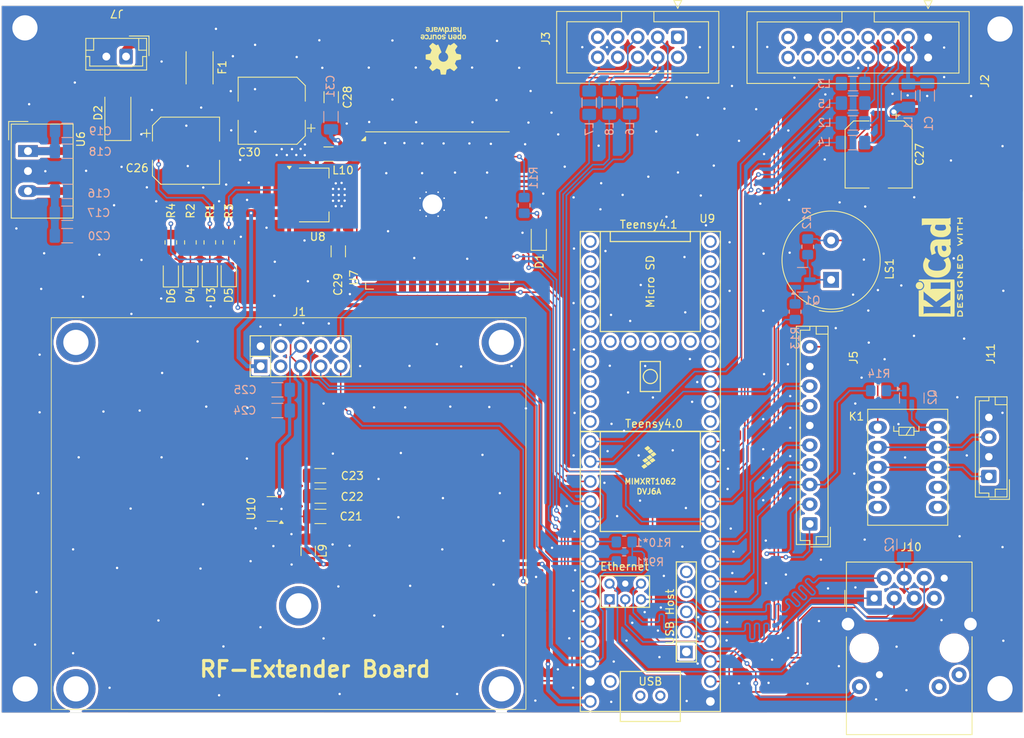
<source format=kicad_pcb>
(kicad_pcb (version 20240108) (generator "pcbnew") (generator_version "8.0")
  (title_block (rev "3.3"))
  (layers (0 "F.Cu" signal) (31 "B.Cu" signal) (34 "B.Paste" user) (35 "F.Paste" user) (36 "B.SilkS" user "B.Silkscreen") (37 "F.SilkS" user "F.Silkscreen") (38 "B.Mask" user) (39 "F.Mask" user) (44 "Edge.Cuts" user))
  (net 0 "")
  (net 1 "CS0")
  (net 2 "+3.3V")
  (net 3 "INP_SEL")
  (net 4 "UI05")
  (net 5 "+5V")
  (net 6 "UI06")
  (net 7 "SWR-Alarm")
  (net 8 "UI03")
  (net 9 "UI04")
  (net 10 "2,6V REF")
  (net 11 "+12V")
  (net 15 "GNDD")
  (net 16 "TXD1")
  (net 17 "RXD1")
  (net 30 "Net-(U8-VO)")
  (net 31 "Net-(U7-VDD)")
  (net 34 "Net-(D1-A)")
  (net 48 "Net-(U10-Vin)")
  (net 51 "Net-(J7-Pin_1)")
  (net 61 "Net-(J10-RD-)")
  (net 69 "Net-(J10-RD+)")
  (net 76 "Net-(J10-TD-)")
  (net 77 "Net-(J10-TD+)")
  (net 81 "Piezo Alarm")
  (net 86 "Net-(U9-LED)")
  (net 90 "SCL0")
  (net 91 "SDA0")
  (net 92 "RA8875-5")
  (net 93 "RA8875-33")
  (net 94 "RA8875-7")
  (net 95 "RA8875-6")
  (net 96 "RA8875-34")
  (net 97 "RA8875-8")
  (net 98 "RA8875-35")
  (net 99 "Net-(J11-Pin_1)")
  (net 101 "Net-(Q2-C)")
  (net 103 "Net-(J11-Pin_3)")
  (net 104 "Net-(Q1-C)")
  (net 105 "Net-(Q1-B)")
  (net 106 "Net-(Q2-B)")
  (net 107 "Net-(U7-IO23)")
  (net 108 "IO0")
  (net 109 "ESP_EN")
  (net 110 "ESP_RXD5")
  (net 111 "ESP_TXD5")
  (net 112 "ESP_TXD1")
  (net 113 "ESP_RXD1")
  (net 114 "INP_SEL2")
  (net 115 "CS1")
  (net 116 "Net-(J2-Pin_3)")
  (net 121 "Net-(J2-Pin_6)")
  (net 123 "Net-(J2-Pin_5)")
  (net 125 "Net-(J2-Pin_7)")
  (net 126 "Net-(J2-Pin_8)")
  (net 128 "Net-(J3-Pin_5)")
  (net 129 "Net-(J3-Pin_3)")
  (net 130 "Net-(J3-Pin_4)")
  (net 131 "Net-(D2-A)")
  (net 132 "Net-(D3-A)")
  (net 133 "Net-(D4-A)")
  (net 134 "Net-(D5-A)")
  (net 135 "Net-(D6-A)")
  (net 136 "Net-(J10-RCT)")
  (footprint "Diode_SMD:D_SMA" (layer "F.Cu") (at 97.75 62.125 90)
    (property "Reference" "D2")
    (property "Value" "US2BA")
  )
  (footprint "Symbol:KiCad-Logo2_5mm_SilkScreen" (layer "F.Cu") (at 202.01 81.72 90)
    (property "Reference" "REF**" (hide yes))
    (property "Value" "KiCad-Logo2_5mm_SilkScreen" (hide yes))
  )
  (footprint "Resistor_SMD:R_0805_2012Metric_Pad1.20x1.40mm_HandSolder" (layer "F.Cu") (at 104.475 78.575 90)
    (property "Reference" "R4")
    (property "Value" "1k")
  )
  (footprint "Inductor_SMD:L_1206_3216Metric_Pad1.42x1.75mm_HandSolder" (layer "F.Cu") (at 124.49 67.36 180)
    (property "Reference" "L10")
    (property "Value" "4u7")
  )
  (footprint "RF_Module:ESP32-WROOM-32" (layer "F.Cu") (at 138.32 74.63)
    (property "Reference" "U7")
    (property "Value" "ESP32-WROOM-32U")
  )
  (footprint "Capacitor_SMD:CP_Elec_8x11.9" (layer "F.Cu") (at 106.4 66.925)
    (property "Reference" "C26")
    (property "Value" "100uF")
  )
  (footprint "Connector_IDC:IDC-Header_2x08_P2.54mm_Vertical" (layer "F.Cu") (at 200.595 52.55 -90)
    (property "Reference" "J2")
    (property "Value" "Conn_02x08_Odd_Even" (hide yes))
  )
  (footprint "Capacitor_SMD:C_1206_3216Metric_Pad1.33x1.80mm_HandSolder" (layer "F.Cu") (at 123.4625 110.8 180)
    (property "Reference" "C22")
    (property "Value" "10n")
  )
  (footprint "LED_SMD:LED_0805_2012Metric" (layer "F.Cu") (at 109.425 82.525 90)
    (property "Reference" "D3")
    (property "Value" "+12V")
  )
  (footprint "Converter_DCDC:Converter_DCDC_TRACO_TSR-1_THT" (layer "F.Cu") (at 86.34 66.97 -90)
    (property "Reference" "U6")
    (property "Value" "TSR_1-24150")
  )
  (footprint "Connector_RJ:RJ45_Amphenol_RJMG1BD3B8K1ANR" (layer "F.Cu") (at 193.75 123.76)
    (property "Reference" "J10")
    (property "Value" "RJ45_Amphenol_RJMG1BD3B8K1ANR")
  )
  (footprint "Connector_JST:JST_EH_B2B-EH-A_1x02_P2.50mm_Vertical" (layer "F.Cu") (at 98.79 54.97 180)
    (property "Reference" "J7")
    (property "Value" "POWER CON")
  )
  (footprint "Capacitor_SMD:C_1206_3216Metric_Pad1.33x1.80mm_HandSolder" (layer "F.Cu") (at 123.45 108.2 180)
    (property "Reference" "C23")
    (property "Value" "1n")
  )
  (footprint "Buzzer_Beeper:Buzzer_TDK_PS1240P02BT_D12.2mm_H6.5mm" (layer "F.Cu") (at 188.28 83.320784 90)
    (property "Reference" "LS1")
    (property "Value" "Speaker_Crystal" (hide yes))
  )
  (footprint "Connector_IDC:IDC-Header_2x05_P2.54mm_Vertical" (layer "F.Cu") (at 168.815 52.525 -90)
    (property "Reference" "J3")
    (property "Value" "Conn_02x05_Odd_Even" (hide yes))
  )
  (footprint "Capacitor_SMD:C_1206_3216Metric_Pad1.33x1.80mm_HandSolder" (layer "F.Cu") (at 123.4625 113.375 180)
    (property "Reference" "C21")
    (property "Value" "10µF")
  )
  (footprint "Capacitor_SMD:C_1206_3216Metric_Pad1.33x1.80mm_HandSolder" (layer "F.Cu") (at 125.73 79.71 90)
    (property "Reference" "C29")
    (property "Value" "1n")
  )
  (footprint "Capacitor_SMD:CP_Elec_8x11.9" (layer "F.Cu") (at 194.32 67.41 -90)
    (property "Reference" "C27")
    (property "Value" "100uF")
  )
  (footprint "Resistor_SMD:R_0805_2012Metric_Pad1.20x1.40mm_HandSolder" (layer "F.Cu") (at 106.958332 78.575 90)
    (property "Reference" "R2")
    (property "Value" "1k")
  )
  (footprint "Symbol:OSHW-Logo_5.7x6mm_SilkScreen" (layer "F.Cu") (at 139.07 54.24 180)
    (property "Reference" "REF**" (hide yes))
    (property "Value" "OSHW-Logo_5.7x6mm_SilkScreen" (hide yes))
  )
  (footprint "LED_SMD:LED_0805_2012Metric" (layer "F.Cu") (at 104.475 82.55 90)
    (property "Reference" "D6")
    (property "Value" "+3V3")
  )
  (footprint "Relay_THT:Relay_DPDT_FRT5" (layer "F.Cu") (at 194.195 102.055)
    (property "Reference" "K1")
    (property "Value" "FRT5")
  )
  (footprint "Connector_JST:JST_EH_B10B-EH-A_1x10_P2.50mm_Vertical" (layer "F.Cu") (at 185.58 114.33 90)
    (property "Reference" "J5")
    (property "Value" "USER IO")
  )
  (footprint "Capacitor_SMD:CP_Elec_8x11.9" (layer "F.Cu") (at 117.28 61.85 180)
    (property "Reference" "C30")
    (property "Value" "100uF")
  )
  (footprint "LED_SMD:LED_0805_2012Metric" (layer "F.Cu") (at 151.18 77.9 90)
    (property "Reference" "D1")
    (property "Value" "Wifi_EN")
  )
  (footprint "LED_SMD:LED_0805_2012Metric" (layer "F.Cu") (at 111.825 82.5125 90)
    (property "Reference" "D5")
    (property "Value" "3V3_ESP")
  )
  (footprint "Fuse:Fuse_2512_6332Metric_Pad1.52x3.35mm_HandSolder" (layer "F.Cu") (at 108.125 56.4 -90)
    (property "Reference" "F1")
    (property "Value" "Polyfuse")
  )
  (footprint "Resistor_SMD:R_0805_2012Metric_Pad1.20x1.40mm_HandSolder" (layer "F.Cu") (at 109.425 78.575 90)
    (property "Reference" "R1")
    (property "Value" "2k2")
  )
  (footprint "Connector_JST:JST_EH_B4B-EH-A_1x04_P2.50mm_Vertical" (layer "F.Cu") (at 208.3 108.3 90)
    (property "Reference" "J11")
    (property "Value" "PTT IN/OUT")
  )
  (footprint "Capacitor_SMD:C_1206_3216Metric_Pad1.33x1.80mm_HandSolder" (layer "F.Cu") (at 124.83 60.13 -90)
    (property "Reference" "C28")
    (property "Value" "10n")
  )
  (footprint "Package_TO_SOT_SMD:SOT-223-3_TabPin2" (layer "F.Cu") (at 122.64 72.55)
    (property "Reference" "U8")
    (property "Value" "AMS1117-3.3")
  )
  (footprint "LED_SMD:LED_0805_2012Metric" (layer "F.Cu") (at 106.958332 82.525 90)
    (property "Reference" "D4")
    (property "Value" "+5V")
  )
  (footprint "Resistor_SMD:R_0805_2012Metric_Pad1.20x1.40mm_HandSolder" (layer "F.Cu") (at 111.825 78.575 90)
    (property "Reference" "R3")
    (property "Value" "1k")
  )
  (footprint "Package_TO_SOT_SMD:SOT-23" (layer "F.Cu") (at 117.3375 112.425 180)
    (property "Reference" "U10")
    (property "Value" "ISL60002DIH326Z")
  )
  (footprint "teensy.pretty-master:Teensy41" (layer "F.Cu") (at 165.335 107.67 90)
    (property "Reference" "U9")
    (property "Value" "Teensy4.1")
  )
  (footprint "Inductor_SMD:L_1206_3216Metric_Pad1.42x1.75mm_HandSolder" (layer "F.Cu") (at 121.9125 117.75 -90)
    (property "Reference" "L9")
    (property "Value" "4u7")
  )
  (footprint "Connector_PinHeader_2.54mm:PinHeader_2x05_P2.54mm_Vertical" (layer "F.Cu") (at 115.875 94.3 90)
    (property "Reference" "J1")
    (property "Value" "Extender Board")
  )
  (footprint "Inductor_SMD:L_1206_3216Metric_Pad1.42x1.75mm_HandSolder" (layer "B.Cu") (at 160.125 60.8 -90)
    (property "Reference" "L8")
    (property "Value" "220n")
  )
  (footprint "Resistor_SMD:R_0805_2012Metric_Pad1.20x1.40mm_HandSolder" (layer "B.Cu") (at 162.02 116.62 180)
    (property "Reference" "R10*1")
    (property "Value" "2k2")
  )
  (footprint "Inductor_SMD:L_1206_3216Metric_Pad1.42x1.75mm_HandSolder" (layer "B.Cu") (at 191.0625 63.4 180)
    (property "Reference" "L2")
    (property "Value" "220n")
  )
  (footprint "Resistor_SMD:R_0805_2012Metric_Pad1.20x1.40mm_HandSolder" (layer "B.Cu") (at 185.31 79.13 90)
    (property "Reference" "R12")
    (property "Value" "1k")
  )
  (footprint "Capacitor_SMD:C_1206_3216Metric_Pad1.33x1.80mm_HandSolder" (layer "B.Cu") (at 197.54 116.95 -90)
    (property "Reference" "C2")
    (property "Value" "1n")
  )
  (footprint "Inductor_SMD:L_1206_3216Metric_Pad1.42x1.75mm_HandSolder" (layer "B.Cu") (at 162.725 60.775 -90)
    (property "Reference" "L6")
    (property "Value" "220n")
  )
  (footprint "Package_TO_SOT_SMD:SOT-23" (layer "B.Cu") (at 184.6475 83.32)
    (property "Reference" "Q1")
    (property "Value" "MMBT3904")
  )
  (footprint "Capacitor_SMD:C_1206_3216Metric_Pad1.33x1.80mm_HandSolder" (layer "B.Cu") (at 91.34 64.345 180)
    (property "Reference" "C19")
    (property "Value" "1n")
  )
  (footprint "Capacitor_SMD:C_1206_3216Metric_Pad1.33x1.80mm_HandSolder" (layer "B.Cu") (at 124.8 62.65 -90)
    (property "Reference" "C31")
    (property "Value" "10n")
  )
  (footprint "Capacitor_SMD:C_1206_3216Metric_Pad1.33x1.80mm_HandSolder" (layer "B.Cu") (at 118 97.3)
    (property "Reference" "C25")
    (property "Value" "1n")
  )
  (footprint "Resistor_SMD:R_0805_2012Metric_Pad1.20x1.40mm_HandSolder" (layer "B.Cu") (at 149.32 73.87 90)
    (property "Reference" "R11")
    (property "Value" "1k")
  )
  (footprint "Capacitor_SMD:C_1206_3216Metric_Pad1.33x1.80mm_HandSolder" (layer "B.Cu") (at 118 99.925)
    (property "Reference" "C24")
    (property "Value" "10n")
  )
  (footprint "Inductor_SMD:L_1206_3216Metric_Pad1.42x1.75mm_HandSolder" (layer "B.Cu") (at 198.085 59.925 -90)
    (property "Reference" "L1")
    (property "Value" "4u7")
  )
  (footprint "Capacitor_SMD:C_1206_3216Metric_Pad1.33x1.80mm_HandSolder" (layer "B.Cu") (at 91.315 77.72 180)
    (property "Reference" "C20")
    (property "Value" "10µF")
  )
  (footprint "Inductor_SMD:L_1206_3216Metric_Pad1.42x1.75mm_HandSolder" (layer "B.Cu") (at 191.075 60.875 180)
    (property "Reference" "L5")
    (property "Value" "220n")
  )
  (footprint "Inductor_SMD:L_1206_3216Metric_Pad1.42x1.75mm_HandSolder" (layer "B.Cu") (at 157.575 60.825 -90)
    (property "Reference" "L7")
    (property "Value" "220n")
  )
  (footprint "Inductor_SMD:L_1206_3216Metric_Pad1.42x1.75mm_HandSolder" (layer "B.Cu") (at 191.0625 65.9 180)
    (property "Reference" "L4")
    (property "Value" "220n")
  )
  (footprint "Capacitor_SMD:C_1206_3216Metric_Pad1.33x1.80mm_HandSolder" (layer "B.Cu") (at 91.3275 72.095 180)
    (property "Reference" "C16")
    (property "Value" "1n")
  )
  (footprint "Package_TO_SOT_SMD:SOT-23" (layer "B.Cu") (at 198.52 98.3375 -90)
    (property "Reference" "Q2")
    (property "Value" "MMBT3904")
  )
  (footprint "Resistor_SMD:R_0805_2012Metric_Pad1.20x1.40mm_HandSolder" (layer "B.Cu") (at 194.3 97.41)
    (property "Reference" "R14")
    (property "Value" "4k7")
  )
  (footprint "Resistor_SMD:R_0805_2012Metric_Pad1.20x1.40mm_HandSolder" (layer "B.Cu") (at 183.71 87.38 90)
    (property "Reference" "R13")
    (property "Value" "10k")
  )
  (footprint "Capacitor_SMD:C_1206_3216Metric_Pad1.33x1.80mm_HandSolder" (layer "B.Cu") (at 200.485 59.925 90)
    (property "Reference" "C1")
    (property "Value" "100n")
  )
  (footprint "Capacitor_SMD:C_1206_3216Metric_Pad1.33x1.80mm_HandSolder" (layer "B.Cu") (at 91.315 74.87 180)
    (property "Reference" "C17")
    (property "Value" "10n")
  )
  (footprint "Inductor_SMD:L_1206_3216Metric_Pad1.42x1.75mm_HandSolder" (layer "B.Cu") (at 191.075 58.4 180)
    (property "Reference" "L3")
    (property "Value" "220n")
  )
  (footprint "Resistor_SMD:R_0805_2012Metric_Pad1.20x1.40mm_HandSolder" (layer "B.Cu") (at 162.02 119.12 180)
    (property "Reference" "R9*1")
    (property "Value" "2k2")
  )
  (footprint "Capacitor_SMD:C_1206_3216Metric_Pad1.33x1.80mm_HandSolder" (layer "B.Cu") (at 91.315 66.995 180)
    (property "Reference" "C18")
    (property "Value" "10n")
  )
  (gr_rect (start 118.12 68.7) (end 128.12 76.72) (stroke (width 0.2)) (fill solid) (layer "B.Cu") (net 30))
  (gr_rect (start 89.3 88.13) (end 149.54 137.89) (stroke (width 0.1)) (fill none) (layer "F.SilkS"))
  (gr_line (start 174.19 102.58) (end 156.5 102.59) (stroke (width 0.2)) (layer "F.SilkS"))
  (gr_line (start 117.15 90.45) (end 117.175 90.45) (stroke (width 0.1)) (layer "F.SilkS"))
  (gr_line (start 114.55 93.05) (end 117.15 93.05) (stroke (width 0.1)) (layer "F.SilkS"))
  (gr_line (start 114.55 90.45) (end 115.875 90.45) (stroke (width 0.1)) (layer "F.SilkS"))
  (gr_line (start 114.55 95.65) (end 114.55 93.05) (stroke (width 0.1)) (layer "F.SilkS"))
  (gr_line (start 117.15 93.05) (end 117.15 90.45) (stroke (width 0.1)) (layer "F.SilkS"))
  (gr_line (start 127.35 90.45) (end 127.35 95.65) (stroke (width 0.1)) (layer "F.SilkS"))
  (gr_line (start 127.35 95.65) (end 114.55 95.65) (stroke (width 0.1)) (layer "F.SilkS"))
  (gr_line (start 114.55 91.775) (end 114.55 90.45) (stroke (width 0.1)) (layer "F.SilkS"))
  (gr_line (start 117.175 90.45) (end 127.35 90.45) (stroke (width 0.1)) (layer "F.SilkS"))
  (gr_rect (start 82.99 48.52) (end 212.64 138.295) (stroke (width 0.05)) (fill none) (layer "Edge.Cuts"))
  (gr_text "DJ1YR" (at 212.365 79.445 90) (layer "F.Cu") (effects (font (size 1.5 1.5) (thickness 0.3) (bold yes)) (justify left bottom)))
  (gr_text "REV 3.3" (at 83.165 88.645 270) (layer "F.Cu") (effects (font (size 1.3 1.3) (thickness 0.3) (bold yes)) (justify left bottom)))
  (gr_text "Teensy4.0" (at 165.8 101.6 0) (layer "F.SilkS") (effects (font (size 1 1))))
  (gr_text "RF-Extender Board" (at 107.91 133.95 0) (layer "F.SilkS") (effects (font (size 2 2) (thickness 0.4) (bold yes)) (justify left bottom)))
  (via (at 146.425 91.275) (size 5) (drill 3.2) (layers "F.Cu" "B.Cu") (net 0))
  (via (at 146.425 135.275) (size 5) (drill 3.2) (layers "F.Cu" "B.Cu") (net 0))
  (via (at 120.699999 124.733068) (size 5) (drill 3.2) (layers "F.Cu" "B.Cu") (net 0))
  (via (at 92.425 135.275) (size 5) (drill 3.2) (layers "F.Cu" "B.Cu") (net 0))
  (via (at 92.425 91.275) (size 5) (drill 3.2) (layers "F.Cu" "B.Cu") (net 0))
  (segment (start 104.475 77.575) (end 104.475 76.2) (width 0.2) (layer "F.Cu") (net 2))
  (segment (start 120.955 94.3) (end 119.675 93.02) (width 0.2) (layer "F.Cu") (net 2))
  (segment (start 151.5975 119.4325) (end 123.85 119.4325) (width 0.5) (layer "F.Cu") (net 2))
  (segment (start 118.475 86.85) (end 112.975 86.85) (width 0.2) (layer "F.Cu") (net 2))
  (segment (start 123.85 119.4325) (end 122.1075 119.4325) (width 0.5) (layer "F.Cu") (net 2))
  (segment (start 119.675 88.05) (end 118.475 86.85) (width 0.2) (layer "F.Cu") (net 2))
  (segment (start 122.1075 119.4325) (end 121.9125 119.2375) (width 0.5) (layer "F.Cu") (net 2))
  (segment (start 119.675 93.02) (end 119.675 88.05) (width 0.2) (layer "F.Cu") (net 2))
  (via (at 151.5975 119.4325) (size 0.6) (drill 0.3) (layers "F.Cu" "B.Cu") (net 2))
  (via (at 104.475 76.2) (size 0.6) (drill 0.3) (layers "F.Cu" "B.Cu") (net 2))
  (via (at 112.975 86.85) (size 0.6) (drill 0.3) (layers "F.Cu" "B.Cu") (net 2))
  (via (at 123.85 119.4325) (size 0.6) (drill 0.3) (layers "F.Cu" "B.Cu") (net 2))
  (segment (start 152.695 120.53) (end 152.695 127.675) (width 0.5) (layer "B.Cu") (net 2))
  (segment (start 159.315 125.42) (end 158.99 125.095) (width 0.2) (layer "B.Cu") (net 2))
  (segment (start 112.975 82.15) (end 111.55 80.725) (width 0.2) (layer "B.Cu") (net 2))
  (segment (start 120.955 94.3) (end 120.955 95.63) (width 0.4) (layer "B.Cu") (net 2))
  (segment (start 159.465 120.495) (end 164.19 120.495) (width 0.2) (layer "B.Cu") (net 2))
  (segment (start 152.695 129.775) (end 152.695 127.675) (width 0.5) (layer "B.Cu") (net 2))
  (segment (start 105.475 80.725) (end 104.475 79.725) (width 0.2) (layer "B.Cu") (net 2))
  (segment (start 154.72 131.8) (end 152.695 129.775) (width 0.5) (layer "B.Cu") (net 2))
  (segment (start 164.24 117.82) (end 163.065 117.82) (width 0.2) (layer "B.Cu") (net 2))
  (segment (start 120.955 95.63) (end 121.625 96.3) (width 0.4) (layer "B.Cu") (net 2))
  (segment (start 158.81 131.8) (end 159.315 131.295) (width 0.2) (layer "B.Cu") (net 2))
  (segment (start 157.715 131.8) (end 158.81 131.8) (width 0.2) (layer "B.Cu") (net 2))
  (segment (start 158.99 125.095) (end 158.99 120.97) (width 0.2) (layer "B.Cu") (net 2))
  (segment (start 163.04 119.07) (end 163.015 119.095) (width 0.2) (layer "B.Cu") (net 2))
  (segment (start 164.565 120.12) (end 164.565 118.145) (width 0.2) (layer "B.Cu") (net 2))
  (segment (start 121.625 117.175) (end 123.9 119.45) (width 0.4) (layer "B.Cu") (net 2))
  (segment (start 164.19 120.495) (end 164.565 120.12) (width 0.2) (layer "B.Cu") (net 2))
  (segment (start 104.475 79.725) (end 104.475 76.2) (width 0.2) (layer "B.Cu") (net 2))
  (segment (start 159.315 131.295) (end 159.315 125.42) (width 0.2) (layer "B.Cu") (net 2))
  (segment (start 121.625 96.3) (end 121.625 117.175) (width 0.4) (layer "B.Cu") (net 2))
  (segment (start 158.99 120.97) (end 159.465 120.495) (width 0.2) (layer "B.Cu") (net 2))
  (segment (start 163.04 116.57) (end 163.04 117.77) (width 0.2) (layer "B.Cu") (net 2))
  (segment (start 164.565 118.145) (end 164.24 117.82) (width 0.2) (layer "B.Cu") (net 2))
  (segment (start 151.5975 119.4325) (end 152.695 120.53) (width 0.5) (layer "B.Cu") (net 2))
  (segment (start 157.715 131.8) (end 154.72 131.8) (width 0.5) (layer "B.Cu") (net 2))
  (segment (start 163.04 117.77) (end 163.04 119.07) (width 0.2) (layer "B.Cu") (net 2))
  (segment (start 112.975 86.85) (end 112.975 82.15) (width 0.2) (layer "B.Cu") (net 2))
  (segment (start 111.55 80.725) (end 105.475 80.725) (width 0.2) (layer "B.Cu") (net 2))
  (segment (start 154.605 108.93) (end 153.35 107.675) (width 0.2) (layer "F.Cu") (net 3))
  (segment (start 151.5 84.9) (end 148.85 84.9) (width 0.2) (layer "F.Cu") (net 3))
  (segment (start 153.35 107.675) (end 153.35 86.75) (width 0.2) (layer "F.Cu") (net 3))
  (segment (start 157.695 108.93) (end 154.605 108.93) (width 0.2) (layer "F.Cu") (net 3))
  (segment (start 153.35 86.75) (end 151.5 84.9) (width 0.2) (layer "F.Cu") (net 3))
  (via (at 148.85 84.9) (size 0.6) (drill 0.3) (layers "F.Cu" "B.Cu") (net 3))
  (segment (start 126.025 91.75) (end 126.035 91.76) (width 0.2) (layer "B.Cu") (net 3))
  (segment (start 148.85 84.9) (end 129.3 84.9) (width 0.2) (layer "B.Cu") (net 3))
  (segment (start 129.3 84.9) (end 126.025 88.175) (width 0.2) (layer "B.Cu") (net 3))
  (segment (start 126.025 88.175) (end 126.025 91.75) (width 0.2) (layer "B.Cu") (net 3))
  (segment (start 182.665 99.345) (end 185.54 99.345) (width 0.2) (layer "B.Cu") (net 4))
  (segment (start 176.36 116.55) (end 177.59 115.32) (width 0.2) (layer "B.Cu") (net 4))
  (segment (start 177.59 115.32) (end 177.59 104.42) (width 0.2) (layer "B.Cu") (net 4))
  (segment (start 172.935 116.55) (end 176.36 116.55) (width 0.2) (layer "B.Cu") (net 4))
  (segment (start 177.59 104.42) (end 182.665 99.345) (width 0.2) (layer "B.Cu") (net 4))
  (segment (start 116.66 65.12) (end 116.66 74.85) (width 1) (layer "F.Cu") (net 5))
  (segment (start 185.58 91.83) (end 188.7 91.83) (width 0.2) (layer "F.Cu") (net 5))
  (segment (start 196.225 61.975) (end 196.225 63.175) (width 1) (layer "F.Cu") (net 5))
  (segment (start 194.135 93.33) (end 194.195 93.39) (width 0.2) (layer "F.Cu") (net 5))
  (segment (start 151.38 118.154339) (end 151.38 87.71) (width 0.5) (layer "F.Cu") (net 5))
  (segment (start 116.66 74.85) (end 106.975 74.85) (width 1) (layer "F.Cu") (net 5))
  (segment (start 150.22 86.55) (end 122.379339 86.55) (width 0.5) (layer "F.Cu") (net 5))
  (segment (start 152.35 125.33) (end 152.3475 125.3275) (width 0.5) (layer "F.Cu") (net 5))
  (segment (start 188.28 78.320784) (end 191.270784 78.320784) (width 0.2) (layer "F.Cu") (net 5))
  (segment (start 205.03 51.310484) (end 203.799516 50.08) (width 1) (layer "F.Cu") (net 5))
  (segment (start 191.28 78.33) (end 191.28 65.55) (width 0.2) (layer "F.Cu") (net 5))
  (segment (start 119.49 74.85) (end 116.66 74.85) (width 1) (layer "F.Cu") (net 5))
  (segment (start 190.2 93.33) (end 194.135 93.33) (width 0.2) (layer "F.Cu") (net 5))
  (segment (start 152.3475 119.121839) (end 151.38 118.154339) (width 0.5) (layer "F.Cu") (net 5))
  (segment (start 194.195 93.39) (end 194.195 86.715) (width 0.2) (layer "F.Cu") (net 5))
  (segment (start 119.06 50.08) (end 117.25 51.89) (width 1) (layer "F.Cu") (net 5))
  (segment (start 203.799516 50.08) (end 119.06 50.08) (width 1) (layer "F.Cu") (net 5))
  (segment (start 196.24 61.99) (end 201.45 61.99) (width 1) (layer "F.Cu") (net 5))
  (segment (start 191.28 83.8) (end 191.28 78.33) (width 0.2) (layer "F.Cu") (net 5))
  (segment (start 101.585 74.85) (end 98.785 72.05) (width 1) (layer "F.Cu") (net 5))
  (segment (start 192.895 63.935) (end 194.32 63.935) (width 0.2) (layer "F.Cu") (net 5))
  (segment (start 122.379339 86.55) (end 119.49 83.660661) (width 0.5) (layer "F.Cu") (net 5))
  (segment (start 151.38 87.71) (end 150.22 86.55) (width 0.5) (layer "F.Cu") (net 5))
  (segment (start 188.7 91.83) (end 190.2 93.33) (width 0.2) (layer "F.Cu") (net 5))
  (segment (start 117.25 51.89) (end 117.25 64.53) (width 1) (layer "F.Cu") (net 5))
  (segment (start 194.195 86.715) (end 191.28 83.8) (width 0.2) (layer "F.Cu") (net 5))
  (segment (start 195.465 63.935) (end 194.32 63.935) (width 1) (layer "F.Cu") (net 5))
  (segment (start 196.225 63.175) (end 195.465 63.935) (width 1) (layer "F.Cu") (net 5))
  (segment (start 191.270784 78.320784) (end 191.28 78.33) (width 0.2) (layer "F.Cu") (net 5))
  (segment (start 194.195 102.055) (end 194.195 93.39) (width 0.2) (layer "F.Cu") (net 5))
  (segment (start 117.25 64.53) (end 116.66 65.12) (width 1) (layer "F.Cu") (net 5))
  (segment (start 196.225 61.975) (end 196.24 61.99) (width 1) (layer "F.Cu") (net 5))
  (segment (start 152.3475 125.3275) (end 152.3475 119.121839) (width 0.5) (layer "F.Cu") (net 5))
  (segment (start 119.49 83.660661) (end 119.49 74.85) (width 0.5) (layer "F.Cu") (net 5))
  (segment (start 106.958332 77.575) (end 106.958332 74.866668) (width 0.2) (layer "F.Cu") (net 5))
  (segment (start 201.45 61.99) (end 205.03 58.41) (width 1) (layer "F.Cu") (net 5))
  (segment (start 86.34 72.05) (end 98.785 72.05) (width 1) (layer "F.Cu") (net 5))
  (segment (start 106.958332 74.866668) (end 106.975 74.85) (width 0.2) (layer "F.Cu") (net 5))
  (segment (start 106.975 74.85) (end 101.585 74.85) (width 1) (layer "F.Cu") (net 5))
  (segment (start 191.28 65.55) (end 192.895 63.935) (width 0.2) (layer "F.Cu") (net 5))
  (segment (start 205.03 58.41) (end 205.03 51.310484) (width 1) (layer "F.Cu") (net 5))
  (segment (start 152.35 132.15) (end 152.35 125.33) (width 0.5) (layer "F.Cu") (net 5))
  (via (at 152.35 132.15) (size 0.6) (drill 0.3) (layers "F.Cu" "B.Cu") (net 5))
  (via (at 196.225 61.975) (size 1) (drill 0.6) (layers "F.Cu" "B.Cu") (net 5))
  (via (at 114.66 74.85) (size 0.6) (drill 0.3) (layers "F.Cu" "B.Cu") (net 5))
  (segment (start 196.7875 61.4125) (end 198.085 61.4125) (width 1) (layer "B.Cu") (net 5))
  (segment (start 152.35 132.15) (end 152.35 135.455) (width 0.5) (layer "B.Cu") (net 5))
  (segment (start 186.49 78.13) (end 185.31 78.13) (width 0.2) (layer "B.Cu") (net 5))
  (segment (start 186.680784 78.320784) (end 186.49 78.13) (width 0.2) (layer "B.Cu") (net 5))
  (segment (start 114.18 94.3) (end 115.875 94.3) (width 0.5) (layer "B.Cu") (net 5))
  (segment (start 188.28 78.320784) (end 186.680784 78.320784) (width 0.2) (layer "B.Cu") (net 5))
  (segment (start 89.765 72.095) (end 86.385 72.095) (width 1) (layer "B.Cu") (net 5))
  (segment (start 152.35 135.455) (end 153.775 136.88) (width 0.5) (layer "B.Cu") (net 5))
  (segment (start 113.08 93.2) (end 114.18 94.3) (width 0.5) (layer "B.Cu") (net 5))
  (segment (start 89.7525 72.1075) (end 89.765 72.095) (width 1) (layer "B.Cu") (net 5))
  (segment (start 113.08 89.68) (end 113.08 93.2) (width 0.5) (layer "B.Cu") (net 5))
  (segment (start 86.385 72.095) (end 86.34 72.05) (width 1) (layer "B.Cu") (net 5))
  (segment (start 114.66 88.1) (end 113.08 89.68) (width 0.5) (layer "B.Cu") (net 5))
  (segment (start 114.66 74.85) (end 114.66 88.1) (width 0.5) (layer "B.Cu") (net 5))
  (segment (start 196.225 61.975) (end 196.7875 61.4125) (width 1) (layer "B.Cu") (net 5))
  (segment (start 153.775 136.88) (end 157.715 136.88) (width 0.5) (layer "B.Cu") (net 5))
  (segment (start 89.7525 74.87) (end 89.7525 77.72) (width 1) (layer "B.Cu") (net 5))
  (segment (start 89.7525 74.87) (end 89.7525 72.1075) (width 1) (layer "B.Cu") (net 5))
  (segment (start 177.14 102.22) (end 182.515 96.845) (width 0.2) (layer "B.Cu") (net 6))
  (segment (start 182.515 96.845) (end 185.54 96.845) (width 0.2) (layer "B.Cu") (net 6))
  (segment (start 177.14 110.045) (end 177.14 102.22) (width 0.2) (layer "B.Cu") (net 6))
  (segment (start 175.705 111.48) (end 177.14 110.045) (width 0.2) (layer "B.Cu") (net 6))
  (segment (start 172.955 111.48) (end 175.705 111.48) (width 0.2) (layer "B.Cu") (net 6))
  (segment (start 187.465 109.345) (end 185.54 109.345) (width 0.2) (layer "B.Cu") (net 7))
  (segment (start 189.06 98.98) (end 189.06 107.75) (width 0.2) (layer "B.Cu") (net 7))
  (segment (start 190.63 97.41) (end 189.06 98.98) (width 0.2) (layer "B.Cu") (net 7))
  (segment (start 178.965 123.195) (end 178.965 113.37) (width 0.2) (layer "B.Cu") (net 7))
  (segment (start 178.965 113.37) (end 182.99 109.345) (width 0.2) (layer "B.Cu") (net 7))
  (segment (start 182.99 109.345) (end 185.54 109.345) (width 0.2) (layer "B.Cu") (net 7))
  (segment (start 172.955 124.18) (end 177.98 124.18) (width 0.2) (layer "B.Cu") (net 7))
  (segment (start 193.3 97.41) (end 190.63 97.41) (width 0.2) (layer "B.Cu") (net 7))
  (segment (start 177.98 124.18) (end 178.965 123.195) (width 0.2) (layer "B.Cu") (net 7))
  (segment (start 189.06 107.75) (end 187.465 109.345) (width 0.2) (layer "B.Cu") (net 7))
  (segment (start 178.465 111.195) (end 182.815 106.845) (width 0.2) (layer "B.Cu") (net 8))
  (segment (start 178.465 120.495) (end 178.465 111.195) (width 0.2) (layer "B.Cu") (net 8))
  (segment (start 177.33 121.63) (end 178.465 120.495) (width 0.2) (layer "B.Cu") (net 8))
  (segment (start 172.935 121.63) (end 177.33 121.63) (width 0.2) (layer "B.Cu") (net 8))
  (segment (start 182.815 106.845) (end 185.54 106.845) (width 0.2) (layer "B.Cu") (net 8))
  (segment (start 178.04 117.895) (end 178.04 108.945) (width 0.2) (layer "B.Cu") (net 9))
  (segment (start 178.04 108.945) (end 182.64 104.345) (width 0.2) (layer "B.Cu") (net 9))
  (segment (start 182.64 104.345) (end 185.54 104.345) (width 0.2) (layer "B.Cu") (net 9))
  (segment (start 172.955 119.1) (end 176.835 119.1) (width 0.2) (layer "B.Cu") (net 9))
  (segment (start 176.835 119.1) (end 178.04 117.895) (width 0.2) (layer "B.Cu") (net 9))
  (segment (start 118.2625 110.4) (end 118.275 110.4125) (width 0.2) (layer "F.Cu") (net 10))
  (segment (start 118.275 111.475) (end 118.275 110.4125) (width 0.4) (layer "F.Cu") (net 10))
  (via (at 118.2625 110.4) (size 0.6) (drill 0.3) (layers "F.Cu" "B.Cu") (net 10))
  (segment (start 119.6 93.115) (end 120.955 91.76) (width 0.2) (layer "B.Cu") (net 10))
  (segment (start 119.6 97.2125) (end 119.6 93.115) (width 0.2) (layer "B.Cu") (net 10))
  (segment (start 118.2625 104.2625) (end 119.55 102.975) (width 0.4) (layer "B.Cu") (net 10))
  (segment (start 119.5125 97.3) (end 119.6 97.2125) (width 0.2) (layer "B.Cu") (net 10))
  (segment (start 118.2625 110.4) (end 118.2625 104.2625) (width 0.4) (layer "B.Cu") (net 10))
  (segment (start 119.55 102.975) (end 119.55 99.9375) (width 0.4) (layer "B.Cu") (net 10))
  (segment (start 119.55 99.9375) (end 119.5625 99.925) (width 0.2) (layer "B.Cu") (net 10))
  (segment (start 119.5125 99.925) (end 119.5125 97.3) (width 0.5) (layer "B.Cu") (net 10))
  (segment (start 102.925 66.925) (end 102.925 68.675) (width 0.2) (layer "F.Cu") (net 11))
  (segment (start 109.425 77.575) (end 109.425 76.2) (width 0.2) (layer "F.Cu") (net 11))
  (segment (start 96.365 66.9575) (end 97.925 66.9575) (width 1) (layer "F.Cu") (net 11))
  (segment (start 86.34 66.97) (end 96.3525 66.97) (width 1) (layer "F.Cu") (net 11))
  (segment (start 97.75 66.7825) (end 97.925 66.9575) (width 1) (layer "F.Cu") (net 11))
  (segment (start 96.3525 66.97) (end 96.365 66.9575) (width 1) (layer "F.Cu") (net 11))
  (segment (start 97.925 66.9575) (end 103.1325 66.9575) (width 1) (layer "F.Cu") (net 11))
  (segment (start 97.75 64.125) (end 97.75 66.7825) (width 1) (layer "F.Cu") (net 11))
  (via (at 102.925 68.675) (size 0.6) (drill 0.3) (layers "F.Cu" "B.Cu") (net 11))
  (via (at 109.425 76.2) (size 0.6) (drill 0.3) (layers "F.Cu" "B.Cu") (net 11))
  (segment (start 102.925 71.875) (end 102.925 68.675) (width 0.2) (layer "B.Cu") (net 11))
  (segment (start 89.7775 64.345) (end 89.7775 66.97) (width 1) (layer "B.Cu") (net 11))
  (segment (start 103.95 72.9) (end 102.925 71.875) (width 0.2) (layer "B.Cu") (net 11))
  (segment (start 108.5 72.9) (end 103.95 72.9) (width 0.2) (layer "B.Cu") (net 11))
  (segment (start 109.425 76.2) (end 109.425 73.825) (width 0.2) (layer "B.Cu") (net 11))
  (segment (start 86.365 66.995) (end 86.34 66.97) (width 1) (layer "B.Cu") (net 11))
  (segment (start 89.7525 66.995) (end 86.365 66.995) (width 1) (layer "B.Cu") (net 11))
  (segment (start 109.425 73.825) (end 108.5 72.9) (width 0.2) (layer "B.Cu") (net 11))
  (segment (start 89.7775 66.97) (end 89.7525 66.995) (width 1) (layer "B.Cu") (net 11))
  (via (at 202.29 126.545) (size 0.6) (drill 0.3) (layers "F.Cu" "B.Cu") (net 15))
  (via (at 160.37 136.93) (size 0.6) (drill 0.3) (layers "F.Cu" "B.Cu") (net 15))
  (via (at 134.12 65.955) (size 0.6) (drill 0.3) (layers "F.Cu" "B.Cu") (net 15))
  (via (at 171.34 132.07) (size 0.6) (drill 0.3) (layers "F.Cu" "B.Cu") (net 15))
  (via (at 174.64 104.97) (size 0.6) (drill 0.3) (layers "F.Cu" "B.Cu") (net 15))
  (via (at 182.795 94.055) (size 0.6) (drill 0.3) (layers "F.Cu" "B.Cu") (net 15))
  (via (at 87.82 100.155) (size 0.6) (drill 0.3) (layers "F.Cu" "B.Cu") (net 15))
  (via (at 162.51 97.63) (size 0.6) (drill 0.3) (layers "F.Cu" "B.Cu") (net 15))
  (via (at 174.74 61.595) (size 0.6) (drill 0.3) (layers "F.Cu" "B.Cu") (net 15))
  (via (at 196.075 59.7) (size 0.6) (drill 0.3) (layers "F.Cu" "B.Cu") (net 15))
  (via (at 139.945 99.43) (size 0.6) (drill 0.3) (layers "F.Cu" "B.Cu") (net 15))
  (via (at 135.565 56.37) (size 0.6) (drill 0.3) (layers "F.Cu" "B.Cu") (net 15))
  (via (at 180.79 131.57) (size 0.6) (drill 0.3) (layers "F.Cu" "B.Cu") (net 15))
  (via (at 192.44 80.76) (size 0.6) (drill 0.3) (layers "F.Cu" "B.Cu") (net 15))
  (via (at 97.65 119.92) (size 0.6) (drill 0.3) (layers "F.Cu" "B.Cu") (net 15))
  (via (at 192.15 95.75) (size 0.6) (drill 0.3) (layers "F.Cu" "B.Cu") (net 15))
  (via (at 170.64 98.82) (size 0.6) (drill 0.3) (layers "F.Cu" "B.Cu") (net 15))
  (via (at 149.545 99.655) (size 0.6) (drill 0.3) (layers "F.Cu" "B.Cu") (net 15))
  (via (at 168.84 69.69) (size 0.6) (drill 0.3) (layers "F.Cu" "B.Cu") (net 15))
  (via (at 139.01 111.05) (size 0.6) (drill 0.3) (layers "F.Cu" "B.Cu") (net 15))
  (via (at 149.865 63.355) (size 0.6) (drill 0.3) (layers "F.Cu" "B.Cu") (net 15))
  (via (at 120.95 66.7) (size 0.6) (drill 0.3) (layers "F.Cu" "B.Cu") (net 15))
  (via (at 180.02 121.85) (size 0.6) (drill 0.3) (layers "F.Cu" "B.Cu") (net 15))
  (via (at 161.82 72.54) (size 0.6) (drill 0.3) (layers "F.Cu" "B.Cu") (net 15))
  (via (at 168.22 128.41) (size 0.6) (drill 0.3) (layers "F.Cu" "B.Cu") (net 15))
  (via (at 110.6 136.09) (size 0.6) (drill 0.3) (layers "F.Cu" "B.Cu") (net 15))
  (via (at 210.04 66.345) (size 0.6) (drill 0.3) (layers "F.Cu" "B.Cu") (net 15))
  (via (at 152.79 62.095) (size 0.6) (drill 0.3) (layers "F.Cu" "B.Cu") (net 15))
  (via (at 172.395 76.405) (size 0.6) (drill 0.3) (layers "F.Cu" "B.Cu") (net 15))
  (via (at 100.75 80.8) (size 0.6) (drill 0.3) (layers "F.Cu" "B.Cu") (net 15))
  (via (at 127.2 85.14) (size 0.6) (drill 0.3) (layers "F.Cu" "B.Cu") (net 15))
  (via (at 200.475 59.975) (size 0.6) (drill 0.3) (layers "F.Cu" "B.Cu") (net 15))
  (via (at 96.7 135.14) (size 0.6) (drill 0.3) (layers "F.Cu" "B.Cu") (net 15))
  (via (at 148.69 56.395) (size 0.6) (drill 0.3) (layers "F.Cu" "B.Cu") (net 15))
  (via (at 176.59 134.57) (size 0.6) (drill 0.3) (layers "F.Cu" "B.Cu") (net 15))
  (via (at 166.49 131.245) (size 0.6) (drill 0.3) (layers "F.Cu" "B.Cu") (net 15))
  (via (at 161.12 113.34) (size 0.6) (drill 0.3) (layers "F.Cu" "B.Cu") (net 15))
  (via (at 176.165 122.945) (size 0.6) (drill 0.3) (layers "F.Cu" "B.Cu") (net 15))
  (via (at 175.015 129.12) (size 0.6) (drill 0.3) (layers "F.Cu" "B.Cu") (net 15))
  (via (at 171.74 72.62) (size 0.6) (drill 0.3) (layers "F.Cu" "B.Cu") (net 15))
  (via (at 92.78 105.87) (size 0.6) (drill 0.3) (layers "F.Cu" "B.Cu") (net 15))
  (via (at 155.72 100.23) (size 0.6) (drill 0.3) (layers "F.Cu" "B.Cu") (net 15))
  (via (at 85.955 51.325) (size 5) (drill 3.2) (layers "F.Cu" "B.Cu") (net 15))
  (via (at 169.85 112.31) (size 0.6) (drill 0.3) (layers "F.Cu" "B.Cu") (net 15))
  (via (at 164.62 125.53) (size 0.6) (drill 0.3) (layers "F.Cu" "B.Cu") (net 15))
  (via (at 135.37 80.555) (size 0.6) (drill 0.3) (layers "F.Cu" "B.Cu") (net 15))
  (via (at 130.3 125.96) (size 0.6) (drill 0.3) (layers "F.Cu" "B.Cu") (net 15))
  (via (at 160.19 94.24) (size 0.6) (drill 0.3) (layers "F.Cu" "B.Cu") (net 15))
  (via (at 146.7 116.47) (size 0.6) (drill 0.3) (layers "F.Cu" "B.Cu") (net 15))
  (via (at 129.6 56.375) (size 0.6) (drill 0.3) (layers "F.Cu" "B.Cu") (net 15))
  (via (at 118.375 89.05) (size 0.6) (drill 0.3) (layers "F.Cu" "B.Cu") (net 15))
  (via (at 134.77 94.255) (size 0.6) (drill 0.3) (layers "F.Cu" "B.Cu") (net 15))
  (via (at 136.395 66.005) (size 0.6) (drill 0.3) (layers "F.Cu" "B.Cu") (net 15))
  (via (at 99.37 112.38) (size 0.6) (drill 0.3) (layers "F.Cu" "B.Cu") (net 15))
  (via (at 191.725 56.425) (size 0.6) (drill 0.3) (layers "F.Cu" "B.Cu") (net 15))
  (via (at 155.595 86.28) (size 0.6) (drill 0.3) (layers "F.Cu" "B.Cu") (net 15))
  (via (at 209.715 135.245) (size 5) (drill 3.2) (layers "F.Cu" "B.Cu") (net 15))
  (via (at 193.99 136.62) (size 0.6) (drill 0.3) (layers "F.Cu" "B.Cu") (net 15))
  (via (at 203.49 68.17) (size 0.6) (drill 0.3) (layers "F.Cu" "B.Cu") (net 15))
  (via (at 191.35 99.04) (size 0.6) (drill 0.3) (layers "F.Cu" "B.Cu") (net 15))
  (via (at 102.625 73.35) (size 0.6) (drill 0.3) (layers "F.Cu" "B.Cu") (net 15))
  (via (at 112.35 54.925) (size 0.6) (drill 0.3) (layers "F.Cu" "B.Cu") (net 15))
  (via (at 99.47 87.655) (size 0.6) (drill 0.3) (layers "F.Cu" "B.Cu") (net 15))
  (via (at 123.86 99.04) (size 0.6) (drill 0.3) (layers "F.Cu" "B.Cu") (net 15))
  (via (at 87.245 129.655) (size 0.6) (drill 0.3) (layers "F.Cu" "B.Cu") (net 15))
  (via (at 121.475 67.5) (size 0.6) (drill 0.3) (layers "F.Cu" "B.Cu") (net 15))
  (via (at 115.16 59.11) (size 0.6) (drill 0.3) (layers "F.Cu" "B.Cu") (net 15))
  (via (at 160.345 87.78) (size 0.6) (drill 0.3) (layers "F.Cu" "B.Cu") (net 15))
  (via (at 180.175 53.75) (size 0.6) (drill 0.3) (layers "F.Cu" "B.Cu") (net 15))
  (via (at 169.67 80.43) (size 0.6) (drill 0.3) (layers "F.Cu" "B.Cu") (net 15))
  (via (at 144.03 105.56) (size 0.6) (drill 0.3) (layers "F.Cu" "B.Cu") (net 15))
  (via (at 185.29 134.62) (size 0.6) (drill 0.3) (layers "F.Cu" "B.Cu") (net 15))
  (via (at 175.85 53.75) (size 0.6) (drill 0.3) (layers "F.Cu" "B.Cu") (net 15))
  (via (at 87.42 122.98) (size 0.6) (drill 0.3) (layers "F.Cu" "B.Cu") (net 15))
  (via (at 112.08 59.36) (size 0.6) (drill 0.3) (layers "F.Cu" "B.Cu") (net 15))
  (via (at 87.645 110.43) (size 0.6) (drill 0.3) (layers "F.Cu" "B.Cu") (net 15))
  (via (at 108.97 99.43) (size 0.6) (drill 0.3) (layers "F.Cu" "B.Cu") (net 15))
  (via (at 171.44 128.595) (size 0.6) (drill 0.3) (layers "F.Cu" "B.Cu") (net 15))
  (via (at 115.85 89.275) (size 0.6) (drill 0.3) (layers "F.Cu" "B.Cu") (net 15))
  (via (at 204.59 115.895) (size 0.6) (drill 0.3) (layers "F.Cu" "B.Cu") (net 15))
  (via (at 155.595 105.63) (size 0.6) (drill 0.3) (layers "F.Cu" "B.Cu") (net 15))
  (via (at 175.54 114.92) (size 0.6) (drill 0.3) (layers "F.Cu" "B.Cu") (net 15))
  (via (at 142.715 56.37) (size 0.6) (drill 0.3) (layers "F.Cu" "B.Cu") (net 15))
  (via (at 119.805 119.485) (size 0.6) (drill 0.3) (layers "F.Cu" "B.Cu") (net 15))
  (via (at 149.445 66.105) (size 0.6) (drill 0.3) (layers "F.Cu" "B.Cu") (net 15))
  (via (at 186.74 126.67) (size 0.6) (drill 0.3) (layers "F.Cu" "B.Cu") (net 15))
  (via (at 112.14 64.34) (size 0.6) (drill 0.3) (layers "F.Cu" "B.Cu") (net 15))
  (via (at 110.6 73.35) (size 0.6) (drill 0.3) (layers "F.Cu" "B.Cu") (net 15))
  (via (at 144.895 99.48) (size 0.6) (drill 0.3) (layers "F.Cu" "B.Cu") (net 15))
  (via (at 139.01 127.37) (size 0.6) (drill 0.3) (layers "F.Cu" "B.Cu") (net 15))
  (via (at 88.545 69.53) (size 0.6) (drill 0.3) (layers "F.Cu" "B.Cu") (net 15))
  (via (at 125.04 105.4) (size 0.6) (drill 0.3) (layers "F.Cu" "B.Cu") (net 15))
  (via (at 114.15 73.175) (size 0.6) (drill 0.3) (layers "F.Cu" "B.Cu") (net 15))
  (via (at 140.545 69.705) (size 0.6) (drill 0.3) (layers "F.Cu" "B.Cu") (net 15))
  (via (at 198.83 72.84) (size 0.6) (drill 0.3) (layers "F.Cu" "B.Cu") (net 15))
  (via (at 106.44 63.75) (size 0.6) (drill 0.3) (layers "F.Cu" "B.Cu") (net 15))
  (via (at 175.14 109.895) (size 0.6) (drill 0.3) (layers "F.Cu" "B.Cu") (net 15))
  (via (at 115.24 114.895) (size 0.6) (drill 0.3) (layers "F.Cu" "B.Cu") (net 15))
  (via (at 171.625 53.775) (size 0.6) (drill 0.3) (layers "F.Cu" "B.Cu") (net 15))
  (via (at 162 102.51) (size 0.6) (drill 0.3) (layers "F.Cu" "B.Cu") (net 15))
  (via (at 179.99 116.445) (size 0.6) (drill 0.3) (layers "F.Cu" "B.Cu") (net 15))
  (via (at 110.2 51.45) (size 0.6) (drill 0.3) (layers "F.Cu" "B.Cu") (net 15))
  (via (at 109.525 86.7) (size 0.6) (drill 0.3) (layers "F.Cu" "B.Cu") (net 15))
  (via (at 159.51 109.11) (size 0.6) (drill 0.3) (layers "F.Cu" "B.Cu") (net 15))
  (via (at 106.625 68.875) (size 0.6) (drill 0.3) (layers "F.Cu" "B.Cu") (net 15))
  (via (at 153.6 132.8) (size 0.6) (drill 0.3) (layers "F.Cu" "B.Cu") (net 15))
  (via (at 145.81 60.5) (size 0.6) (drill 0.3) (layers "F.Cu" "B.Cu") (net 15))
  (via (at 100.52 99.93) (size 0.6) (drill 0.3) (layers "F.Cu" "B.Cu") (net 15))
  (via (at 159.825 53.775) (size 0.6) (drill 0.3) (layers "F.Cu" "B.Cu") (net 15))
  (via (at 142.37 66.005) (size 0.6) (drill 0.3) (layers "F.Cu" "B.Cu") (net 15))
  (via (at 127.16 117.09) (size 0.6) (drill 0.3) (layers "F.Cu" "B.Cu") (net 15))
  (via (at 144.62 69.705) (size 0.6) (drill 0.3) (layers "F.Cu" "B.Cu") (net 15))
  (via (at 150.83 121.06) (size 0.6) (drill 0.3) (layers "F.Cu" "B.Cu") (net 15))
  (via (at 164.12 83.98) (size 0.6) (drill 0.3) (layers "F.Cu" "B.Cu") (net 15))
  (via (at 205.5 105.63) (size 0.6) (drill 0.3) (layers "F.Cu" "B.Cu") (net 15))
  (via (at 167.05 120.93) (size 0.6) (drill 0.3) (layers "F.Cu" "B.Cu") (net 15))
  (via (at 125.005 116.935) (size 0.6) (drill 0.3) (layers "F.Cu" "B.Cu") (net 15))
  (via (at 118.55 66.725) (size 0.6) (drill 0.3) (layers "F.Cu" "B.Cu") (net 15))
  (via (at 206.05 59.99) (size 0.6) (drill 0.3) (layers "F.Cu" "B.Cu") (net 15))
  (via (at 111.5 71.225) (size 0.6) (drill 0.3) (layers "F.Cu" "B.Cu") (net 15))
  (via (at 84.87 76.805) (size 0.6) (drill 0.3) (layers "F.Cu" "B.Cu") (net 15))
  (via (at 179.77 95.305) (size 0.6) (drill 0.3) (layers "F.Cu" "B.Cu") (net 15))
  (via (at 189.265 132.395) (size 0.6) (drill 0.3) (layers "F.Cu" "B.Cu") (net 15))
  (via (at 182.85 64.36) (size 0.6) (drill 0.3) (layers "F.Cu" "B.Cu") (net 15))
  (via (at 173.39 68.82) (size 0.6) (drill 0.3) (layers "F.Cu" "B.Cu") (net 15))
  (via (at 144.495 75.43) (size 0.6) (drill 0.3) (layers "F.Cu" "B.Cu") (net 15))
  (via (at 166.3 127.88) (size 0.6) (drill 0.3) (layers "F.Cu" "B.Cu") (net 15))
  (via (at 95.92 100.055) (size 0.6) (drill 0.3) (layers "F.Cu" "B.Cu") (net 15))
  (via (at 121.44 78.33) (size 0.6) (drill 0.3) (layers "F.Cu" "B.Cu") (net 15))
  (via (at 133.36 113.48) (size 0.6) (drill 0.3) (layers "F.Cu" "B.Cu") (net 15))
  (via (at 138.93 117.56) (size 0.6) (drill 0.3) (layers "F.Cu" "B.Cu") (net 15))
  (via (at 108.59 71.6) (size 0.6) (drill 0.3) (layers "F.Cu" "B.Cu") (net 15))
  (via (at 150.14 59.345) (size 0.6) (drill 0.3) (layers "F.Cu" "B.Cu") (net 15))
  (via (at 119.2 67.475) (size 0.6) (drill 0.3) (layers "F.Cu" "B.Cu") (net 15))
  (via (at 160.69 131.81) (size 0.6) (drill 0.3) (layers "F.Cu" "B.Cu") (net 15))
  (via (at 117.67 81.03) (size 0.6) (drill 0.3) (layers "F.Cu" "B.Cu") (net 15))
  (via (at 163.04 126.89) (size 0.6) (drill 0.3) (layers "F.Cu" "B.Cu") (net 15))
  (via (at 155.045 128.855) (size 0.6) (drill 0.3) (layers "F.Cu" "B.Cu") (net 15))
  (via (at 155.595 72.855) (size 0.6) (drill 0.3) (layers "F.Cu" "B.Cu") (net 15))
  (via (at 198 59.9) (size 0.6) (drill 0.3) (layers "F.Cu" "B.Cu") (net 15))
  (via (at 135.61 63.31) (size 0.6) (drill 0.3) (layers "F.Cu" "B.Cu") (net 15))
  (via (at 183.09 111.07) (size 0.6) (drill 0.3) (layers "F.Cu" "B.Cu") (net 15))
  (via (at 88.395 79.955) (size 0.6) (drill 0.3) (layers "F.Cu" "B.Cu") (net 15))
  (via (at 187.55 59.78) (size 0.6) (drill 0.3) (layers "F.Cu" "B.Cu") (net 15))
  (via (at 115.85 127.45) (size 0.6) (drill 0.3) (layers "F.Cu" "B.Cu") (net 15))
  (via (at 179.665 108.495) (size 0.6) (drill 0.3) (layers "F.Cu" "B.Cu") (net 15))
  (via (at 168.18 104.98) (size 0.6) (drill 0.3) (layers "F.Cu" "B.Cu") (net 15))
  (via (at 192.61 74.02) (size 0.6) (drill 0.3) (layers "F.Cu" "B.Cu") (net 15))
  (via (at 108.325 61.45) (size 0.6) (drill 0.3) (layers "F.Cu" "B.Cu") (net 15))
  (via (at 193 87.23) (size 0.6) (drill 0.3) (layers "F.Cu" "B.Cu") (net 15))
  (via (at 164.03 111.37) (size 0.6) (drill 0.3) (layers "F.Cu" "B.Cu") (net 15))
  (via (at 123.325 52.9) (size 0.6) (drill 0.3) (layers "F.Cu" "B.Cu") (net 15))
  (via (at 124.525 88.875) (size 0.6) (drill 0.3) (layers "F.Cu" "B.Cu") (net 15))
  (via (at 162.78 88.55) (size 0.6) (drill 0.3) (layers "F.Cu" "B.Cu") (net 15))
  (via (at 149.11 77.35) (size 0.6) (drill 0.3) (layers "F.Cu" "B.Cu") (net 15))
  (via (at 134.22 99.53) (size 0.6) (drill 0.3) (layers "F.Cu" "B.Cu") (net 15))
  (via (at 210.04 117.27) (size 0.6) (drill 0.3) (layers "F.Cu" "B.Cu") (net 15))
  (via (at 146.62 128.47) (size 0.6) (drill 0.3) (layers "F.Cu" "B.Cu") (net 15))
  (via (at 179.67 87.255) (size 0.6) (drill 0.3) (layers "F.Cu" "B.Cu") (net 15))
  (via (at 120.4 67.47) (size 0.6) (drill 0.3) (layers "F.Cu" "B.Cu") (net 15))
  (via (at 87.82 92.83) (size 0.6) (drill 0.3) (layers "F.Cu" "B.Cu") (net 15))
  (via (at 117.49 117.145) (size 0.6) (drill 0.3) (layers "F.Cu" "B.Cu") (net 15))
  (via (at 189.36 73.49) (size 0.6) (drill 0.3) (layers "F.Cu" "B.Cu") (net 15))
  (via (at 204.3 98.24) (size 0.6) (drill 0.3) (layers "F.Cu" "B.Cu") (net 15))
  (via (at 123.7 56.4) (size 0.6) (drill 0.3) (layers "F.Cu" "B.Cu") (net 15))
  (via (at 192.54 116.32) (size 0.6) (drill 0.3) (layers "F.Cu" "B.Cu") (net 15))
  (via (at 156.7 53.775) (size 0.6) (drill 0.3) (layers "F.Cu" "B.Cu") (net 15))
  (via (at 119.85 66.725) (size 0.6) (drill 0.3) (layers "F.Cu" "B.Cu") (net 15))
  (via (at 86.49 61.02) (size 0.6) (drill 0.3) (layers "F.Cu" "B.Cu") (net 15))
  (via (at 183.09 98.095) (size 0.6) (drill 0.3) (layers "F.Cu" "B.Cu") (net 15))
  (via (at 150.74 136.77) (size 0.6) (drill 0.3) (layers "F.Cu" "B.Cu") (net 15))
  (via (at 179.77 67.35) (size 0.6) (drill 0.3) (layers "F.Cu" "B.Cu") (net 15))
  (via (at 120.45 55.025) (size 0.6) (drill 0.3) (layers "F.Cu" "B.Cu") (net 15))
  (via (at 159 74.37) (size 0.6) (drill 0.3) (layers "F.Cu" "B.Cu") (net 15))
  (via (at 165.08 70.23) (size 0.6) (drill 0.3) (layers "F.Cu" "B.Cu") (net 15))
  (via (at 118.515 112.42) (size 0.6) (drill 0.3) (layers "F.Cu" "B.Cu") (net 15))
  (via (at 165.66 98.27) (size 0.6) (drill 0.3) (layers "F.Cu" "B.Cu") (net 15))
  (via (at 175.395 78.555) (size 0.6) (drill 0.3) (layers "F.Cu" "B.Cu") (net 15))
  (via (at 130.27 99.53) (size 0.6) (drill 0.3) (layers "F.Cu" "B.Cu") (net 15))
  (via (at 167.38 75.32) (size 0.6) (drill 0.3) (layers "F.Cu" "B.Cu") (net 15))
  (via (at 115.2 64.5) (size 0.6) (drill 0.3) (layers "F.Cu" "B.Cu") (net 15))
  (via (at 179.665 111.32) (size 0.6) (drill 0.3) (layers "F.Cu" "B.Cu") (net 15))
  (via (at 159.64 79.67) (size 0.6) (drill 0.3) (layers "F.Cu" "B.Cu") (net 15))
  (via (at 175.09 126.82) (size 0.6) (drill 0.3) (layers "F.Cu" "B.Cu") (net 15))
  (via (at 179.72 80.005) (size 0.6) (drill 0.3) (layers "F.Cu" "B.Cu") (net 15))
  (via (at 172.665 60.195) (size 0.6) (drill 0.3) (layers "F.Cu" "B.Cu") (net 15))
  (via (at 166.165 60.145) (size 0.6) (drill 0.3) (layers "F.Cu" "B.Cu") (net 15))
  (via (at 202.625 53.825) (size 0.6) (drill 0.3) (layers "F.Cu" "B.Cu") (net 15))
  (via (at 97.27 73.855) (size 0.6) (drill 0.3) (layers "F.Cu" "B.Cu") (net 15))
  (via (at 132.6 52.925) (size 0.6) (drill 0.3) (layers "F.Cu" "B.Cu") (net 15))
  (via (at 129.65 63.28) (size 0.6) (drill 0.3) (layers "F.Cu" "B.Cu") (net 15))
  (via (at 198.8 90.44) (size 0.6) (drill 0.3) (layers "F.Cu" "B.Cu") (net 15))
  (via (at 134.3 132.95) (size 0.6) (drill 0.3) (layers "F.Cu" "B.Cu") (net 15))
  (via (at 155.63 125.37) (size 0.6) (drill 0.3) (layers "F.Cu" "B.Cu") (net 15))
  (via (at 176.59 65.67) (size 0.6) (drill 0.3) (layers "F.Cu" "B.Cu") (net 15))
  (via (at 182.54 120.76) (size 0.6) (drill 0.3) (layers "F.Cu" "B.Cu") (net 15))
  (via (at 155.645 79.355) (size 0.6) (drill 0.3) (layers "F.Cu" "B.Cu") (net 15))
  (via (at 155.79 120.21) (size 0.6) (drill 0.3) (layers "F.Cu" "B.Cu") (net 15))
  (via (at 194.22 84.63) (size 0.6) (drill 0.3) (layers "F.Cu" "B.Cu") (net 15))
  (via (at 183.09 108.395) (size 0.6) (drill 0.3) (layers "F.Cu" "B.Cu") (net 15))
  (via (at 145.095 66.055) (size 0.6) (drill 0.3) (layers "F.Cu" "B.Cu") (net 15))
  (via (at 140.81 135.93) (size 0.6) (drill 0.3) (layers "F.Cu" "B.Cu") (net 15))
  (via (at 103.25 85.7) (size 0.6) (drill 0.3) (layers "F.Cu" "B.Cu") (net 15))
  (via (at 117.6 85.35) (size 0.6) (drill 0.3) (layers "F.Cu" "B.Cu") (net 15))
  (via (at 179.295 73.655) (size 0.6) (drill 0.3) (layers "F.Cu" "B.Cu") (net 15))
  (via (at 128.495 94.28) (size 0.6) (drill 0.3) (layers "F.Cu" "B.Cu") (net 15))
  (via (at 155.53 135.13) (size 0.6) (drill 0.3) (layers "F.Cu" "B.Cu") (net 15))
  (via (at 183.09 105.72) (size 0.6) (drill 0.3) (layers "F.Cu" "B.Cu") (net 15))
  (via (at 154.47 68.955) (size 0.6) (drill 0.3) (layers "F.Cu" "B.Cu") (net 15))
  (via (at 117.9 67.475) (size 0.6) (drill 0.3) (layers "F.Cu" "B.Cu") (net 15))
  (via (at 114.2 99.575) (size 0.6) (drill 0.3) (layers "F.Cu" "B.Cu") (net 15))
  (via (at 160.41 101.62) (size 0.6) (drill 0.3) (layers "F.Cu" "B.Cu") (net 15))
  (via (at 100.73 64.84) (size 0.6) (drill 0.3) (layers "F.Cu" "B.Cu") (net 15))
  (via (at 169.95 136.82) (size 0.6) (drill 0.3) (layers "F.Cu" "B.Cu") (net 15))
  (via (at 163.85 105.63) (size 0.6) (drill 0.3) (layers "F.Cu" "B.Cu") (net 15))
  (via (at 155.71 115.28) (size 0.6) (drill 0.3) (layers "F.Cu" "B.Cu") (net 15))
  (via (at 113.36 77.86) (size 0.6) (drill 0.3) (layers "F.Cu" "B.Cu") (net 15))
  (via (at 197.19 84.045) (size 0.6) (drill 0.3) (layers "F.Cu" "B.Cu") (net 15))
  (via (at 121.275 88.825) (size 0.6) (drill 0.3) (layers "F.Cu" "B.Cu") (net 15))
  (via (at 133.67 105.32) (size 0.6) (drill 0.3) (layers "F.Cu" "B.Cu") (net 15))
  (via (at 183.09 102.12) (size 0.6) (drill 0.3) (layers "F.Cu" "B.Cu") (net 15))
  (via (at 155.55 122.8) (size 0.6) (drill 0.3) (layers "F.Cu" "B.Cu") (net 15))
  (via (at 111.15 129.89) (size 0.6) (drill 0.3) (layers "F.Cu" "B.Cu") (net 15))
  (via (at 134.85 122.19) (size 0.6) (drill 0.3) (layers "F.Cu" "B.Cu") (net 15))
  (via (at 103.37 95.155) (size 0.6) (drill 0.3) (layers "F.Cu" "B.Cu") (net 15))
  (via (at 171.415 126.17) (size 0.6) (drill 0.3) (layers "F.Cu" "B.Cu") (net 15))
  (via (at 142.76 63.31) (size 0.6) (drill 0.3) (layers "F.Cu" "B.Cu") (net 15))
  (via (at 179.665 104.845) (size 0.6) (drill 0.3) (layers "F.Cu" "B.Cu") (net 15))
  (via (at 154.73 112.06) (size 0.6) (drill 0.3) (layers "F.Cu" "B.Cu") (net 15))
  (via (at 125.74 122.27) (size 0.6) (drill 0.3) (layers "F.Cu" "B.Cu") (net 15))
  (via (at 175.19 107.32) (size 0.6) (drill 0.3) (layers "F.Cu" "B.Cu") (net 15))
  (via (at 205.165 90.795) (size 0.6) (drill 0.3) (layers "F.Cu" "B.Cu") (net 15))
  (via (at 187.47 68.04) (size 0.6) (drill 0.3) (layers "F.Cu" "B.Cu") (net 15))
  (via (at 98.22 68.98) (size 0.6) (drill 0.3) (layers "F.Cu" "B.Cu") (net 15))
  (via (at 170.36 93.39) (size 0.6) (drill 0.3) (layers "F.Cu" "B.Cu") (net 15))
  (via (at 210.14 129.17) (size 0.6) (drill 0.3) (layers "F.Cu" "B.Cu") (net 15))
  (via (at 101.43 71.58) (size 0.6) (drill 0.3) (layers "F.Cu" "B.Cu") (net 15))
  (via (at 169.94 60.145) (size 0.6) (drill 0.3) (layers "F.Cu" "B.Cu") (net 15))
  (via (at 153.645 64.855) (size 0.6) (drill 0.3) (layers "F.Cu" "B.Cu") (net 15))
  (via (at 210.03 100.22) (size 0.6) (drill 0.3) (layers "F.Cu" "B.Cu") (net 15))
  (via (at 159.91 105.09) (size 0.6) (drill 0.3) (layers "F.Cu" "B.Cu") (net 15))
  (via (at 113.275 68.1) (size 0.6) (drill 0.3) (layers "F.Cu" "B.Cu") (net 15))
  (via (at 138.25 91.5) (size 0.6) (drill 0.3) (layers "F.Cu" "B.Cu") (net 15))
  (via (at 155.645 92.18) (size 0.6) (drill 0.3) (layers "F.Cu" "B.Cu") (net 15))
  (via (at 175.395 84.73) (size 0.6) (drill 0.3) (layers "F.Cu" "B.Cu") (net 15))
  (via (at 191.07 85.21) (size 0.6) (drill 0.3) (layers "F.Cu" "B.Cu") (net 15))
  (via (at 95.395 80.13) (size 0.6) (drill 0.3) (layers "F.Cu" "B.Cu") (net 15))
  (via (at 162.315 129.145) (size 0.6) (drill 0.3) (layers "F.Cu" "B.Cu") (net 15))
  (via (at 93.72 69.48) (size 0.6) (drill 0.3) (layers "F.Cu" "B.Cu") (net 15))
  (via (at 121.5 66.125) (size 0.6) (drill 0.3) (layers "F.Cu" "B.Cu") (net 15))
  (via (at 169.4 117.21) (size 0.6) (drill 0.3) (layers "F.Cu" "B.Cu") (net 15))
  (via (at 131.82 69.78) (size 0.6) (drill 0.3) (layers "F.Cu" "B.Cu") (net 15))
  (via (at 114.6 119.06) (size 0.6) (drill 0.3) (layers "F.Cu" "B.Cu") (net 15))
  (via (at 179.665 101.02) (size 0.6) (drill 0.3) (layers "F.Cu" "B.Cu") (net 15))
  (via (at 103.3 105.87) (size 0.6) (drill 0.3) (layers "F.Cu" "B.Cu") (net 15))
  (via (at 88.02 84.48) (size 0.6) (drill 0.3) (layers "F.Cu" "B.Cu") (net 15))
  (via (at 102.075 61.75) (size 0.6) (drill 0.3) (layers "F.Cu" "B.Cu") (net 15))
  (via (at 187.89 122.52) (size 0.6) (drill 0.3) (layers "F.Cu" "B.Cu") (net 15))
  (via (at 175.74 120.57) (size 0.6) (drill 0.3) (layers "F.Cu" "B.Cu") (net 15))
  (via (at 139.095 66.005) (size 0.6) (drill 0.3) (layers "F.Cu" "B.Cu") (net 15))
  (via (at 188.87 89.46) (size 0.6) (drill 0.3) (layers "F.Cu" "B.Cu") (net 15))
  (via (at 146.23 110.42) (size 0.6) (drill 0.3) (layers "F.Cu" "B.Cu") (net 15))
  (via (at 152.86 117.36) (size 0.6) (drill 0.3) (layers "F.Cu" "B.Cu") (net 15))
  (via (at 92.07 130.75) (size 0.6) (drill 0.3) (layers "F.Cu" "B.Cu") (net 15))
  (via (at 126.8 63.48) (size 0.6) (drill 0.3) (layers "F.Cu" "B.Cu") (net 15))
  (via (at 123.86 128.87) (size 0.6) (drill 0.3) (layers "F.Cu" "B.Cu") (net 15))
  (via (at 178.77 61.655) (size 0.6) (drill 0.3) (layers "F.Cu" "B.Cu") (net 15))
  (via (at 102.9 126.59) (size 0.6) (drill 0.3) (layers "F.Cu" "B.Cu") (net 15))
  (via (at 115.17 53.48) (size 0.6) (drill 0.3) (layers "F.Cu" "B.Cu") (net 15))
  (via (at 107.87 91.155) (size 0.6) (drill 0.3) (layers "F.Cu" "B.Cu") (net 15))
  (via (at 158.77 66.29) (size 0.6) (drill 0.3) (layers "F.Cu" "B.Cu") (net 15))
  (via (at 121.87 83.51) (size 0.6) (drill 0.3) (layers "F.Cu" "B.Cu") (net 15))
  (via (at 132.6 60.43) (size 0.6) (drill 0.3) (layers "F.Cu" "B.Cu") (net 15))
  (via (at 175.695 58.705) (size 0.6) (drill 0.3) (layers "F.Cu" "B.Cu") (net 15))
  (via (at 130.84 108.62) (size 0.6) (drill 0.3) (layers "F.Cu" "B.Cu") (net 15))
  (via (at 203.84 80.595) (size 0.6) (drill 0.3) (layers "F.Cu" "B.Cu") (net 15))
  (via (at 132.045 77.155) (size 0.6) (drill 0.3) (layers "F.Cu" "B.Cu") (net 15))
  (via (at 147.72 94.28) (size 0.6) (drill 0.3) (layers "F.Cu" "B.Cu") (net 15))
  (via (at 166.08 64.49) (size 0.6) (drill 0.3) (layers "F.Cu" "B.Cu") (net 15))
  (via (at 196.59 129.92) (size 0.6) (drill 0.3) (layers "F.Cu" "B.Cu") (net 15))
  (via (at 191.365 122.395) (size 0.6) (drill 0.3) (layers "F.Cu" "B.Cu") (net 15))
  (via (at 209.715 51.47) (size 5) (drill 3.2) (layers "F.Cu" "B.Cu") (net 15))
  (via (at 142.095 80.655) (size 0.6) (drill 0.3) (layers "F.Cu" "B.Cu") (net 15))
  (via (at 93.32 85.48) (size 0.6) (drill 0.3) (layers "F.Cu" "B.Cu") (net 15))
  (via (at 183.625 57.65) (size 0.6) (drill 0.3) (layers "F.Cu" "B.Cu") (net 15))
  (via (at 136.37 69.78) (size 0.6) (drill 0.3) (layers "F.Cu" "B.Cu") (net 15))
  (via (at 141.32 94.33) (size 0.6) (drill 0.3) (layers "F.Cu" "B.Cu") (net 15))
  (via (at 164.68 94.27) (size 0.6) (drill 0.3) (layers "F.Cu" "B.Cu") (net 15))
  (via (at 159.095 71.055) (size 0.6) (drill 0.3) (layers "F.Cu" "B.Cu") (net 15))
  (via (at 92.29 58.27) (size 0.6) (drill 0.3) (layers "F.Cu" "B.Cu") (net 15))
  (via (at 175.89 117.845) (size 0.6) (drill 0.3) (layers "F.Cu" "B.Cu") (net 15))
  (via (at 182.815 128.82) (size 0.6) (drill 0.3) (layers "F.Cu" "B.Cu") (net 15))
  (via (at 195.07 93.41) (size 0.6) (drill 0.3) (layers "F.Cu" "B.Cu") (net 15))
  (via (at 169.77 87.455) (size 0.6) (drill 0.3) (layers "F.Cu" "B.Cu") (net 15))
  (via (at 108.56 111.84) (size 0.6) (drill 0.3) (layers "F.Cu" "B.Cu") (net 15))
  (via (at 191.22 107.94) (size 0.6) (drill 0.3) (layers "F.Cu" "B.Cu") (net 15))
  (via (at 151.745 72.38) (size 0.6) (drill 0.3) (layers "F.Cu" "B.Cu") (net 15))
  (via (at 197.67 105.89) (size 0.6) (drill 0.3) (layers "F.Cu" "B.Cu") (net 15))
  (via (at 145.875 52.975) (size 0.6) (drill 0.3) (layers "F.Cu" "B.Cu") (net 15))
  (via (at 202.625 57.575) (size 0.6) (drill 0.3) (layers "F.Cu" "B.Cu") (net 15))
  (via (at 131.67 65.955) (size 0.6) (drill 0.3) (layers "F.Cu" "B.Cu") (net 15))
  (via (at 183.02 79.88) (size 0.6) (drill 0.3) (layers "F.Cu" "B.Cu") (net 15))
  (via (at 85.99 135.295) (size 5) (drill 3.2) (layers "F.Cu" "B.Cu") (net 15))
  (via (at 108.24 120) (size 0.6) (drill 0.3) (layers "F.Cu" "B.Cu") (net 15))
  (via (at 186.99 118.87) (size 0.6) (drill 0.3) (layers "F.Cu" "B.Cu") (net 15))
  (via (at 171.29 96.31) (size 0.6) (drill 0.3) (layers "F.Cu" "B.Cu") (net 15))
  (via (at 210.14 84.72) (size 0.6) (drill 0.3) (layers "F.Cu" "B.Cu") (net 15))
  (via (at 119.785 115.625) (size 0.6) (drill 0.3) (layers "F.Cu" "B.Cu") (net 15))
  (via (at 196.83 101.65) (size 0.6) (drill 0.3) (layers "F.Cu" "B.Cu") (net 15))
  (via (at 125.9 135.93) (size 0.6) (drill 0.3) (layers "F.Cu" "B.Cu") (net 15))
  (via (at 171.315 64.92) (size 0.6) (drill 0.3) (layers "F.Cu" "B.Cu") (net 15))
  (via (at 114.36 70.98) (size 0.6) (drill 0.3) (layers "F.Cu" "B.Cu") (net 15))
  (via (at 116.62 76.71) (size 0.6) (drill 0.3) (layers "F.Cu" "B.Cu") (net 15))
  (via (at 166.665 124.945) (size 0.6) (drill 0.3) (layers "F.Cu" "B.Cu") (net 15))
  (via (at 92.07 117.56) (size 0.6) (drill 0.3) (layers "F.Cu" "B.Cu") (net 15))
  (via (at 180.34 134.52) (size 0.6) (drill 0.3) (layers "F.Cu" "B.Cu") (net 15))
  (via (at 114.13 106.03) (size 0.6) (drill 0.3) (layers "F.Cu" "B.Cu") (net 15))
  (via (at 145.44 122.04) (size 0.6) (drill 0.3) (layers "F.Cu" "B.Cu") (net 15))
  (via (at 193.06 91.3) (size 0.6) (drill 0.3) (layers "F.Cu" "B.Cu") (net 15))
  (via (at 182.945 73.18) (size 0.6) (drill 0.3) (layers "F.Cu" "B.Cu") (net 15))
  (via (at 197.84 135.445) (size 0.6) (drill 0.3) (layers "F.Cu" "B.Cu") (net 15))
  (via (at 103.3 55.6) (size 0.6) (drill 0.3) (layers "F.Cu" "B.Cu") (net 15))
  (segment (start 125.73 78.1475) (end 125.73 72.61) (width 0.5) (layer "F.Cu") (net 30))
  (segment (start 123.0025 67.36) (end 123.0025 65.1925) (width 0.5) (layer "F.Cu") (net 30))
  (segment (start 111.825 77.575) (end 111.825 76.225) (width 0.2) (layer "F.Cu") (net 30))
  (segment (start 119.49 72.55) (end 122.94 72.55) (width 0.5) (layer "F.Cu") (net 30))
  (segment (start 120.9125 61.6925) (end 120.755 61.85) (width 0.5) (layer "F.Cu") (net 30))
  (segment (start 123.0025 67.36) (end 123.0025 72.4875) (width 0.5) (layer "F.Cu") (net 30))
  (segment (start 123.0025 72.4875) (end 122.94 72.55) (width 0.5) (layer "F.Cu") (net 30))
  (segment (start 123.0025 65.1925) (end 120.755 62.945) (width 0.5) (layer "F.Cu") (net 30))
  (segment (start 120.755 62.945) (end 120.755 61.85) (width 0.5) (layer "F.Cu") (net 30))
  (segment (start 125.73 72.61) (end 125.79 72.55) (width 0.5) (layer "F.Cu") (net 30))
  (segment (start 122.94 72.55) (end 125.79 72.55) (width 0.5) (layer "F.Cu") (net 30))
  (segment (start 124.83 61.6925) (end 120.9125 61.6925) (width 0.5) (layer "F.Cu") (net 30))
  (via (at 125.06 73.29) (size 0.6) (drill 0.3) (layers "F.Cu" "B.Cu") (net 30))
  (via (at 126.15 73.97) (size 0.6) (drill 0.3) (layers "F.Cu" "B.Cu") (net 30))
  (via (at 126.15 71.02) (size 0.6) (drill 0.3) (layers "F.Cu" "B.Cu") (net 30))
  (via (at 126.54 71.8) (size 0.6) (drill 0.3) (layers "F.Cu" "B.Cu") (net 30))
  (via (at 111.825 76.225) (size 0.6) (drill 0.3) (layers "F.Cu" "B.Cu") (net 30))
  (via (at 125.79 71.8) (size 0.6) (drill 0.3) (layers "F.Cu" "B.Cu") (net 30))
  (via (at 125.79 72.55) (size 0.6) (drill 0.3) (layers "F.Cu" "B.Cu") (net 30))
  (via (at 125.06 72.55) (size 0.6) (drill 0.3) (layers "F.Cu" "B.Cu") (net 30))
  (via (at 126.54 73.28) (size 0.6) (drill 0.3) (layers "F.Cu" "B.Cu") (net 30))
  (via (at 125.41 73.97) (size 0.6) (drill 0.3) (layers "F.Cu" "B.Cu") (net 30))
  (via (at 126.54 72.55) (size 0.6) (drill 0.3) (layers "F.Cu" "B.Cu") (net 30))
  (via (at 125.41 71.07) (size 0.6) (drill 0.3) (layers "F.Cu" "B.Cu") (net 30))
  (via (at 125.06 71.78) (size 0.6) (drill 0.3) (layers "F.Cu" "B.Cu") (net 30))
  (via (at 125.79 73.28) (size 0.6) (drill 0.3) (layers "F.Cu" "B.Cu") (net 30))
  (segment (start 111.825 76.225) (end 111.825 72.775) (width 0.2) (layer "B.Cu") (net 30))
  (segment (start 111.825 72.775) (end 112.7 71.9) (width 0.2) (layer "B.Cu") (net 30))
  (segment (start 112.7 71.9) (end 122.31 71.9) (width 0.2) (layer "B.Cu") (net 30))
  (segment (start 122.31 71.9) (end 123.12 72.71) (width 0.2) (layer "B.Cu") (net 30))
  (segment (start 127.27 67.36) (end 125.9775 67.36) (width 0.5) (layer "F.Cu") (net 31))
  (segment (start 129.57 67.65) (end 127.56 67.65) (width 0.5) (layer "F.Cu") (net 31))
  (segment (start 127.56 67.65) (end 127.27 67.36) (width 0.5) (layer "F.Cu") (net 31))
  (segment (start 125.9775 65.8975) (end 125.68 65.6) (width 0.5) (layer "F.Cu") (net 31))
  (segment (start 125.9775 67.36) (end 125.9775 65.8975) (width 0.5) (layer "F.Cu") (net 31))
  (via (at 125.68 65.6) (size 0.6) (drill 0.3) (layers "F.Cu" "B.Cu") (net 31))
  (segment (start 125.27 65.6) (end 125.68 65.6) (width 0.5) (layer "B.Cu") (net 31))
  (segment (start 124.8 64.2125) (end 124.8 65.13) (width 0.5) (layer "B.Cu") (net 31))
  (segment (start 124.8 65.13) (end 125.27 65.6) (width 0.5) (layer "B.Cu") (net 31))
  (segment (start 150.93 74.88) (end 150.97 74.88) (width 0.2) (layer "F.Cu") (net 34))
  (segment (start 151.18 76.9625) (end 151.13 76.9125) (width 0.2) (layer "F.Cu") (net 34))
  (segment (start 151.13 76.9125) (end 151.13 75.08) (width 0.2) (layer "F.Cu") (net 34))
  (segment (start 151.13 75.08) (end 150.93 74.88) (width 0.2) (layer "F.Cu") (net 34))
  (via (at 150.93 74.88) (size 0.6) (drill 0.3) (layers "F.Cu" "B.Cu") (net 34))
  (segment (start 149.33 74.88) (end 149.32 74.87) (width 0.2) (layer "B.Cu") (net 34))
  (segment (start 150.93 74.88) (end 149.33 74.88) (width 0.2) (layer "B.Cu") (net 34))
  (segment (start 121.9125 108.225) (end 121.8875 108.2) (width 0.2) (layer "F.Cu") (net 48))
  (segment (start 121.9125 116.2625) (end 121.9125 108.225) (width 0.2) (layer "F.Cu") (net 48))
  (segment (start 118.275 113.375) (end 121.9 113.375) (width 0.2) (layer "F.Cu") (net 48))
  (segment (start 98.79 54.085) (end 99.4625 53.4125) (width 1) (layer "F.Cu") (net 51))
  (segment (start 99.4625 53.4125) (end 108.125 53.4125) (width 1) (layer "F.Cu") (net 51))
  (segment (start 98.79 54.97) (end 98.79 54.085) (width 1) (layer "F.Cu") (net 51))
  (segment (start 181.584841 133.095) (end 180.875034 133.095) (width 0.2) (layer "B.Cu") (net 61))
  (segment (start 184.09 130.97) (end 181.965 133.095) (width 0.2) (layer "B.Cu") (net 61))
  (segment (start 200.1 121.22) (end 200.1 124.885) (width 0.2) (layer "B.Cu") (net 61))
  (segment (start 185.79 124.545) (end 184.09 126.245) (width 0.2) (layer "B.Cu") (net 61))
  (segment (start 200.1 124.885) (end 198.665 126.32) (width 0.2) (layer "B.Cu") (net 61))
  (segment (start 161.165 129.37) (end 161.165 122.9216) (width 0.2) (layer "B.Cu") (net 61))
  (segment (start 180.875034 133.095) (end 164.89 133.095) (width 0.2) (layer "B.Cu") (net 61))
  (segment (start 184.09 126.245) (end 184.09 130.97) (width 0.2) (layer "B.Cu") (net 61))
  (segment (start 191.09 124.545) (end 185.79 124.545) (width 0.2) (layer "B.Cu") (net 61))
  (segment (start 198.665 126.32) (end 192.865 126.32) (width 0.2) (layer "B.Cu") (net 61))
  (segment (start 161.165 122.9216) (end 160.1534 121.91) (width 0.2) (layer "B.Cu") (net 61))
  (segment (start 181.965 133.095) (end 181.584841 133.095) (width 0.2) (layer "B.Cu") (net 61))
  (segment (start 192.865 126.32) (end 191.09 124.545) (width 0.2) (layer "B.Cu") (net 61))
  (segment (start 164.89 133.095) (end 161.165 129.37) (width 0.2) (layer "B.Cu") (net 61))
  (segment (start 164.69 133.57) (end 169.29 133.57) (width 0.2) (layer "F.Cu") (net 69))
  (segment (start 183.99 131.921391) (end 184.75 131.921391) (width 0.2) (layer "F.Cu") (net 69))
  (segment (start 191.465 124.945) (end 192.64 126.12) (width 0.2) (layer "F.Cu") (net 69))
  (segment (start 185.865 124.945) (end 191.465 124.945) (width 0.2) (layer "F.Cu") (net 69))
  (segment (start 183.75 132.521391) (end 183.23 132.521391) (width 0.2) (layer "F.Cu") (net 69))
  (segment (start 183.99 130.361391) (end 183.99 129.955116) (width 0.2) (layer "F.Cu") (net 69))
  (segment (start 184.99 131.681391) (end 184.99 131.561391) (width 0.2) (layer "F.Cu") (net 69))
  (segment (start 183.23 131.921391) (end 183.75 131.921391) (width 0.2) (layer "F.Cu") (net 69))
  (segment (start 183.99 126.82) (end 185.865 124.945) (width 0.2) (layer "F.Cu") (net 69))
  (segment (start 182.99 131.081391) (end 182.99 130.961391) (width 0.2) (layer "F.Cu") (net 69))
  (segment (start 183.23 130.721391) (end 183.75 130.721391) (width 0.2) (layer "F.Cu") (net 69))
  (segment (start 195.34 126.12) (end 196.265 125.195) (width 0.2) (layer "F.Cu") (net 69))
  (segment (start 183.99 130.481391) (end 183.99 130.361391) (width 0.2) (layer "F.Cu") (net 69))
  (segment (start 160.1534 129.0334) (end 164.69 133.57) (width 0.2) (layer "F.Cu") (net 69))
  (segment (start 183.99 129.955116) (end 183.99 126.82) (width 0.2) (layer "F.Cu") (net 69))
  (segment (start 192.64 126.12) (end 195.34 126.12) (width 0.2) (layer "F.Cu") (net 69))
  (segment (start 196.265 125.195) (end 196.265 123.785) (width 0.2) (layer "F.Cu") (net 69))
  (segment (start 160.1534 123.91) (end 160.1534 129.0334) (width 0.2) (layer "F.Cu") (net 69))
  (segment (start 196.265 123.785) (end 196.29 123.76) (width 0.2) (layer "F.Cu") (net 69))
  (segment (start 171.39 135.67) (end 182.34 135.67) (width 0.2) (layer "F.Cu") (net 69))
  (segment (start 183.99 131.321391) (end 183.75 131.321391) (width 0.2) (layer "F.Cu") (net 69))
  (segment (start 184.75 131.321391) (end 183.99 131.321391) (width 0.2) (layer "F.Cu") (net 69))
  (segment (start 183.75 131.321391) (end 183.23 131.321391) (width 0.2) (layer "F.Cu") (net 69))
  (segment (start 182.34 135.67) (end 183.99 134.02) (width 0.2) (layer "F.Cu") (net 69))
  (segment (start 169.29 133.57) (end 171.39 135.67) (width 0.2) (layer "F.Cu") (net 69))
  (segment (start 183.99 134.02) (end 183.99 132.761391) (width 0.2) (layer "F.Cu") (net 69))
  (segment (start 183.75 131.921391) (end 183.99 131.921391) (width 0.2) (layer "F.Cu") (net 69))
  (segment (start 182.99 132.281391) (end 182.99 132.161391) (width 0.2) (layer "F.Cu") (net 69))
  (arc (start 182.99 130.961391) (mid 183.060294 130.791685) (end 183.23 130.721391) (width 0.2) (layer "F.Cu") (net 69))
  (arc (start 183.99 132.761391) (mid 183.919706 132.591685) (end 183.75 132.521391) (width 0.2) (layer "F.Cu") (net 69))
  (arc (start 184.75 131.921391) (mid 184.919706 131.851097) (end 184.99 131.681391) (width 0.2) (layer "F.Cu") (net 69))
  (arc (start 184.99 131.561391) (mid 184.919706 131.391685) (end 184.75 131.321391) (width 0.2) (layer "F.Cu") (net 69))
  (arc (start 183.23 131.321391) (mid 183.060294 131.251097) (end 182.99 131.081391) (width 0.2) (layer "F.Cu") (net 69))
  (arc (start 183.23 132.521391) (mid 183.060294 132.451097) (end 182.99 132.281391) (width 0.2) (layer "F.Cu") (net 69))
  (arc (start 183.75 130.721391) (mid 183.919706 130.651097) (end 183.99 130.481391) (width 0.2) (layer "F.Cu") (net 69))
  (arc (start 182.99 132.161391) (mid 183.060294 131.991685) (end 183.23 131.921391) (width 0.2) (layer "F.Cu") (net 69))
  (segment (start 168.815 124.27) (end 170.74 124.27) (width 0.2) (layer "B.Cu") (net 76))
  (segment (start 180.878257 126.495) (end 180.998257 126.495) (width 0.2) (layer "B.Cu") (net 76))
  (segment (start 180.278257 124.495) (end 180.398257 124.495) (width 0.2) (layer "B.Cu") (net 76))
  (segment (start 186.092453 123.281761) (end 186.177305 123.196909) (width 0.2) (layer "B.Cu") (net 76))
  (segment (start 183.518587 124.441413) (end 183.8085 124.731327) (width 0.2) (layer "B.Cu") (net 76))
  (segment (start 186.177305 122.857497) (end 185.639903 122.320096) (width 0.2) (layer "B.Cu") (net 76))
  (segment (start 181.478257 124.495) (end 181.598257 124.495) (width 0.2) (layer "B.Cu") (net 76))
  (segment (start 182.592279 124.024218) (end 182.677131 123.939366) (width 0.2) (layer "B.Cu") (net 76))
  (segment (start 185.215641 122.74436) (end 185.215641 122.744359) (width 0.2) (layer "B.Cu") (net 76))
  (segment (start 181.238257 125.495) (end 181.238257 125.255) (width 0.2) (layer "B.Cu") (net 76))
  (segment (start 185.639904 122.320096) (end 185.470197 122.150392) (width 0.2) (layer "B.Cu") (net 76))
  (segment (start 182.92462 124.695969) (end 182.592278 124.36363) (width 0.2) (layer "B.Cu") (net 76))
  (segment (start 184.791377 123.168623) (end 184.253974 122.631223) (width 0.2) (layer "B.Cu") (net 76))
  (segment (start 180.638257 124.735) (end 180.638257 125.255) (width 0.2) (layer "B.Cu") (net 76))
  (segment (start 185.470197 122.150392) (end 185.102501 121.782696) (width 0.2) (layer "B.Cu") (net 76))
  (segment (start 183.405448 123.140338) (end 183.4903 123.055486) (width 0.2) (layer "B.Cu") (net 76))
  (segment (start 182.078257 125.495) (end 182.198257 125.495) (width 0.2) (layer "B.Cu") (net 76))
  (segment (start 183.348882 124.271708) (end 183.518587 124.441413) (width 0.2) (layer "B.Cu") (net 76))
  (segment (start 184.367114 123.592887) (end 184.367114 123.592886) (width 0.2) (layer "B.Cu") (net 76))
  (segment (start 182.465 125.495) (end 182.924619 125.035381) (width 0.2) (layer "B.Cu") (net 76))
  (segment (start 185.102502 121.443284) (end 185.187354 121.358432) (width 0.2) (layer "B.Cu") (net 76))
  (segment (start 181.238257 126.255) (end 181.238257 125.495) (width 0.2) (layer "B.Cu") (net 76))
  (segment (start 186.74 121.22) (end 195.02 121.22) (width 0.2) (layer "B.Cu") (net 76))
  (segment (start 183.829712 123.055486) (end 184.367114 123.592887) (width 0.2) (layer "B.Cu") (net 76))
  (segment (start 180.638257 125.255) (end 180.638257 125.495) (width 0.2) (layer "B.Cu") (net 76))
  (segment (start 164.1534 123.91) (end 168.455 123.91) (width 0.2) (layer "B.Cu") (net 76))
  (segment (start 168.455 123.91) (end 168.815 124.27) (width 0.2) (layer "B.Cu") (net 76))
  (segment (start 184.996439 123.8828) (end 185.081291 123.797948) (width 0.2) (layer "B.Cu") (net 76))
  (segment (start 186.318726 121.641274) (end 186.74 121.22) (width 0.2) (layer "B.Cu") (net 76))
  (segment (start 180.638257 125.495) (end 180.638257 126.255) (width 0.2) (layer "B.Cu") (net 76))
  (segment (start 185.639903 122.320096) (end 185.639904 122.320096) (width 0.2) (layer "B.Cu") (net 76))
  (segment (start 182.198257 125.495) (end 182.465 125.495) (width 0.2) (layer "B.Cu") (net 76))
  (segment (start 183.016543 123.939366) (end 183.348882 124.271708) (width 0.2) (layer "B.Cu") (net 76))
  (segment (start 184.253975 122.291811) (end 184.338827 122.206959) (width 0.2) (layer "B.Cu") (net 76))
  (segment (start 181.838257 124.735) (end 181.838257 125.255) (width 0.2) (layer "B.Cu") (net 76))
  (segment (start 185.081291 123.458536) (end 184.791377 123.168623) (width 0.2) (layer "B.Cu") (net 76))
  (segment (start 171.965 125.495) (end 179.798257 125.495) (width 0.2) (layer "B.Cu") (net 76))
  (segment (start 183.94285 124.01715) (end 183.405447 123.47975) (width 0.2) (layer "B.Cu") (net 76))
  (segment (start 181.238257 125.255) (end 181.238257 124.735) (width 0.2) (layer "B.Cu") (net 76))
  (segment (start 186.233872 121.726128) (end 186.318726 121.641274) (width 0.2) (layer "B.Cu") (net 76))
  (segment (start 185.215641 122.744359) (end 185.753042 123.281761) (width 0.2) (layer "B.Cu") (net 76))
  (segment (start 184.147912 124.731327) (end 184.232764 124.646475) (width 0.2) (layer "B.Cu") (net 76))
  (segment (start 170.74 124.27) (end 171.965 125.495) (width 0.2) (layer "B.Cu") (net 76))
  (segment (start 185.526766 121.358432) (end 185.894462 121.726127) (width 0.2) (layer "B.Cu") (net 76))
  (segment (start 184.367114 123.592886) (end 184.657027 123.8828) (width 0.2) (layer "B.Cu") (net 76))
  (segment (start 184.232764 124.307063) (end 183.94285 124.01715) (width 0.2) (layer "B.Cu") (net 76))
  (segment (start 180.038257 125.255) (end 180.038257 124.735) (width 0.2) (layer "B.Cu") (net 76))
  (segment (start 184.678239 122.206959) (end 185.215641 122.74436) (width 0.2) (layer "B.Cu") (net 76))
  (arc (start 180.998257 126.495) (mid 181.167963 126.424706) (end 181.238257 126.255) (width 0.2) (layer "B.Cu") (net 76))
  (arc (start 183.405447 123.47975) (mid 183.335154 123.310044) (end 183.405448 123.140338) (width 0.2) (layer "B.Cu") (net 76))
  (arc (start 181.238257 124.735) (mid 181.308551 124.565294) (end 181.478257 124.495) (width 0.2) (layer "B.Cu") (net 76))
  (arc (start 185.753042 123.281761) (mid 185.922747 123.352055) (end 186.092453 123.281761) (width 0.2) (layer "B.Cu") (net 76))
  (arc (start 182.592278 124.36363) (mid 182.521985 124.193924) (end 182.592279 124.024218) (width 0.2) (layer "B.Cu") (net 76))
  (arc (start 180.398257 124.495) (mid 180.567963 124.565294) (end 180.638257 124.735) (width 0.2) (layer "B.Cu") (net 76))
  (arc (start 183.4903 123.055486) (mid 183.660007 122.98519) (end 183.829712 123.055486) (width 0.2) (layer "B.Cu") (net 76))
  (arc (start 184.657027 123.8828) (mid 184.826733 123.953095) (end 184.996439 123.8828) (width 0.2) (layer "B.Cu") (net 76))
  (arc (start 185.081291 123.797948) (mid 185.151586 123.628242) (end 185.081291 123.458536) (width 0.2) (layer "B.Cu") (net 76))
  (arc (start 180.638257 126.255) (mid 180.708551 126.424706) (end 180.878257 126.495) (width 0.2) (layer "B.Cu") (net 76))
  (arc (start 184.253974 122.631223) (mid 184.183681 122.461517) (end 184.253975 122.291811) (width 0.2) (layer "B.Cu") (net 76))
  (arc (start 183.8085 124.731327) (mid 183.978206 124.801622) (end 184.147912 124.731327) (width 0.2) (layer "B.Cu") (net 76))
  (arc (start 182.924619 125.035381) (mid 182.994913 124.865675) (end 182.92462 124.695969) (width 0.2) (layer "B.Cu") (net 76))
  (arc (start 181.838257 125.255) (mid 181.908551 125.424706) (end 182.078257 125.495) (width 0.2) (layer "B.Cu") (net 76))
  (arc (start 180.038257 124.735) (mid 180.108551 124.565294) (end 180.278257 124.495) (width 0.2) (layer "B.Cu") (net 76))
  (arc (start 185.102501 121.782696) (mid 185.032208 121.61299) (end 185.102502 121.443284) (width 0.2) (layer "B.Cu") (net 76))
  (arc (start 182.677131 123.939366) (mid 182.846836 123.869072) (end 183.016543 123.939366) (width 0.2) (layer "B.Cu") (net 76))
  (arc (start 181.598257 124.495) (mid 181.767963 124.565294) (end 181.838257 124.735) (width 0.2) (layer "B.Cu") (net 76))
  (arc (start 185.894462 121.726127) (mid 186.064166 121.796422) (end 186.233872 121.726128) (width 0.2) (layer "B.Cu") (net 76))
  (arc (start 186.177305 123.196909) (mid 186.2476 123.027203) (end 186.177305 122.857497) (width 0.2) (layer "B.Cu") (net 76))
  (arc (start 179.798257 125.495) (mid 179.967963 125.424706) (end 180.038257 125.255) (width 0.2) (layer "B.Cu") (net 76))
  (arc (start 184.338827 122.206959) (mid 184.508534 122.136663) (end 184.678239 122.206959) (width 0.2) (layer "B.Cu") (net 76))
  (arc (start 185.187354 121.358432) (mid 185.357061 121.288136) (end 185.526766 121.358432) (width 0.2) (layer "B.Cu") (net 76))
  (arc (start 184.232764 124.646475) (mid 184.303059 124.476769) (end 184.232764 124.307063) (width 0.2) (layer "B.Cu") (net 76))
  (segment (start 178.569053 128.73) (end 178.569053 127.97) (width 0.2) (layer "B.Cu") (net 77))
  (segment (start 179.169053 127.21) (end 179.169053 127.97) (width 0.2) (layer "B.Cu") (net 77))
  (segment (start 177.969053 127.21) (end 177.969053 127.73) (width 0.2) (layer "B.Cu") (net 77))
  (segment (start 167.071926 126.555) (end 167.071926 127.555) (width 0.2) (layer "B.Cu") (net 77))
  (segment (start 178.569053 127.97) (end 178.569053 127.21) (width 0.2) (layer "B.Cu") (net 77))
  (segment (start 166.711926 125.795) (end 166.831926 125.795) (width 0.2) (layer "B.Cu") (net 77))
  (segment (start 180.009053 126.97) (end 180.129053 126.97) (width 0.2) (layer "B.Cu") (net 77))
  (segment (start 168.031926 126.795) (end 168.391769 126.795) (width 0.2) (layer "B.Cu") (net 77))
  (segment (start 179.169053 127.97) (end 179.169053 128.73) (width 0.2) (layer "B.Cu") (net 77))
  (segment (start 167.311926 127.795) (end 167.431926 127.795) (width 0.2) (layer "B.Cu") (net 77))
  (segment (start 177.969053 127.97) (end 177.969053 128.73) (width 0.2) (layer "B.Cu") (net 77))
  (segment (start 163.165 122.8984) (end 164.1534 121.91) (width 0.2) (layer "B.Cu") (net 77))
  (segment (start 177.369053 127.73) (end 177.369053 127.21) (width 0.2) (layer "B.Cu") (net 77))
  (segment (start 164.365 126.795) (end 163.165 125.595) (width 0.2) (layer "B.Cu") (net 77))
  (segment (start 167.671926 127.555) (end 167.671926 127.035) (width 0.2) (layer "B.Cu") (net 77))
  (segment (start 168.391769 126.795) (end 170.765 126.795) (width 0.2) (layer "B.Cu") (net 77))
  (segment (start 167.911926 126.795) (end 168.031926 126.795) (width 0.2) (layer "B.Cu") (net 77))
  (segment (start 166.471926 126.555) (end 166.471926 126.035) (width 0.2) (layer "B.Cu") (net 77))
  (segment (start 179.769053 127.73) (end 179.769053 127.21) (width 0.2) (layer "B.Cu") (net 77))
  (segment (start 166.231926 126.795) (end 164.365 126.795) (width 0.2) (layer "B.Cu") (net 77))
  (segment (start 178.209053 128.97) (end 178.329053 128.97) (width 0.2) (layer "B.Cu") (net 77))
  (segment (start 163.165 125.595) (end 163.165 122.8984) (width 0.2) (layer "B.Cu") (net 77))
  (segment (start 179.769053 127.97) (end 179.769053 127.73) (width 0.2) (layer "B.Cu") (net 77))
  (segment (start 177.969053 127.73) (end 177.969053 127.97) (width 0.2) (layer "B.Cu") (net 77))
  (segment (start 180.729053 127.97) (end 181.54 127.97) (width 0.2) (layer "B.Cu") (net 77))
  (segment (start 171.94 127.97) (end 177.129053 127.97) (width 0.2) (layer "B.Cu") (net 77))
  (segment (start 180.609053 127.97) (end 180.729053 127.97) (width 0.2) (layer "B.Cu") (net 77))
  (segment (start 181.54 127.97) (end 185.75 123.76) (width 0.2) (layer "B.Cu") (net 77))
  (segment (start 179.769053 128.73) (end 179.769053 127.97) (width 0.2) (layer "B.Cu") (net 77))
  (segment (start 185.75 123.76) (end 193.75 123.76) (width 0.2) (layer "B.Cu") (net 77))
  (segment (start 180.369053 127.21) (end 180.369053 127.73) (width 0.2) (layer "B.Cu") (net 77))
  (segment (start 170.765 126.795) (end 171.94 127.97) (width 0.2) (layer "B.Cu") (net 77))
  (segment (start 177.609053 126.97) (end 177.729053 126.97) (width 0.2) (layer "B.Cu") (net 77))
  (segment (start 178.809053 126.97) (end 178.929053 126.97) (width 0.2) (layer "B.Cu") (net 77))
  (segment (start 179.409053 128.97) (end 179.529053 128.97) (width 0.2) (layer "B.Cu") (net 77))
  (segment (start 167.071926 126.035) (end 167.071926 126.555) (width 0.2) (layer "B.Cu") (net 77))
  (arc (start 166.231926 126.795) (mid 166.401632 126.724706) (end 166.471926 126.555) (width 0.2) (layer "B.Cu") (net 77))
  (arc (start 177.969053 128.73) (mid 178.039347 128.899706) (end 178.209053 128.97) (width 0.2) (layer "B.Cu") (net 77))
  (arc (start 178.329053 128.97) (mid 178.498759 128.899706) (end 178.569053 128.73) (width 0.2) (layer "B.Cu") (net 77))
  (arc (start 167.071926 127.555) (mid 167.14222 127.724706) (end 167.311926 127.795) (width 0.2) (layer "B.Cu") (net 77))
  (arc (start 167.671926 127.035) (mid 167.74222 126.865294) (end 167.911926 126.795) (width 0.2) (layer "B.Cu") (net 77))
  (arc (start 180.369053 127.73) (mid 180.439347 127.899706) (end 180.609053 127.97) (width 0.2) (layer "B.Cu") (net 77))
  (arc (start 178.569053 127.21) (mid 178.639347 127.040294) (end 178.809053 126.97) (width 0.2) (layer "B.Cu") (net 77))
  (arc (start 179.529053 128.97) (mid 179.698759 128.899706) (end 179.769053 128.73) (width 0.2) (layer "B.Cu") (net 77))
  (arc (start 177.729053 126.97) (mid 177.898759 127.040294) (end 177.969053 127.21) (width 0.2) (layer "B.Cu") (net 77))
  (arc (start 178.929053 126.97) (mid 179.098759 127.040294) (end 179.169053 127.21) (width 0.2) (layer "B.Cu") (net 77))
  (arc (start 177.369053 127.21) (mid 177.439347 127.040294) (end 177.609053 126.97) (width 0.2) (layer "B.Cu") (net 77))
  (arc (start 166.831926 125.795) (mid 167.001632 125.865294) (end 167.071926 126.035) (width 0.2) (layer "B.Cu") (net 77))
  (arc (start 180.129053 126.97) (mid 180.298759 127.040294) (end 180.369053 127.21) (width 0.2) (layer "B.Cu") (net 77))
  (arc (start 179.169053 128.73) (mid 179.239347 128.899706) (end 179.409053 128.97) (width 0.2) (layer "B.Cu") (net 77))
  (arc (start 167.431926 127.795) (mid 167.601632 127.724706) (end 167.671926 127.555) (width 0.2) (layer "B.Cu") (net 77))
  (arc (start 179.769053 127.21) (mid 179.839347 127.040294) (end 180.009053 126.97) (width 0.2) (layer "B.Cu") (net 77))
  (arc (start 177.129053 127.97) (mid 177.298759 127.899706) (end 177.369053 127.73) (width 0.2) (layer "B.Cu") (net 77))
  (arc (start 166.471926 126.035) (mid 166.54222 125.865294) (end 166.711926 125.795) (width 0.2) (layer "B.Cu") (net 77))
  (segment (start 181.3 96.17) (end 181.3 89.55) (width 0.2) (layer "B.Cu") (net 81))
  (segment (start 169.5 97.52) (end 179.95 97.52) (width 0.2) (layer "B.Cu") (net 81))
  (segment (start 182.47 88.38) (end 183.71 88.38) (width 0.2) (layer "B.Cu") (net 81))
  (segment (start 157.715 106.4) (end 160.62 106.4) (width 0.2) (layer "B.Cu") (net 81))
  (segment (start 157.735 106.42) (end 157.715 106.4) (width 0.2) (layer "B.Cu") (net 81))
  (segment (start 179.95 97.52) (end 181.3 96.17) (width 0.2) (layer "B.Cu") (net 81))
  (segment (start 160.62 106.4) (end 169.5 97.52) (width 0.2) (layer "B.Cu") (net 81))
  (segment (start 181.3 89.55) (end 182.47 88.38) (width 0.2) (layer "B.Cu") (net 81))
  (segment (start 177.6025 132.0575) (end 178.715 133.17) (width 0.2) (layer "F.Cu") (net 86))
  (segment (start 178.715 133.17) (end 178.715 134.57) (width 0.2) (layer "F.Cu") (net 86))
  (via (at 177.6025 132.0575) (size 0.6) (drill 0.3) (layers "F.Cu" "B.Cu") (net 86))
  (via (at 178.715 134.57) (size 0.6) (drill 0.3) (layers "F.Cu" "B.Cu") (net 86))
  (segment (start 178.715 135.695) (end 179.34 136.32) (width 0.2) (layer "B.Cu") (net 86))
  (segment (start 176.015 130.47) (end 177.6025 132.0575) (width 0.2) (layer "B.Cu") (net 86))
  (segment (start 172.115 130.47) (end 176.015 130.47) (width 0.2) (layer "B.Cu") (net 86))
  (segment (start 162.1534 123.91) (end 162.1534 127.0834) (width 0.2) (layer "B.Cu") (net 86))
  (segment (start 179.34 136.32) (end 190.55 136.32) (width 0.2) (layer "B.Cu") (net 86))
  (segment (start 162.1534 127.0834) (end 164.39 129.32) (width 0.2) (layer "B.Cu") (net 86))
  (segment (start 178.715 134.57) (end 178.715 135.695) (width 0.2) (layer "B.Cu") (net 86))
  (segment (start 164.39 129.32) (end 170.965 129.32) (width 0.2) (layer "B.Cu") (net 86))
  (segment (start 190.55 136.32) (end 191.87 135) (width 0.2) (layer "B.Cu") (net 86))
  (segment (start 177.6025 132.0575) (end 177.665 132.12) (width 0.2) (layer "B.Cu") (net 86))
  (segment (start 170.965 129.32) (end 172.115 130.47) (width 0.2) (layer "B.Cu") (net 86))
  (segment (start 157.695 119.09) (end 152.835 119.09) (width 0.2) (layer "B.Cu") (net 90))
  (segment (start 124.445 97.245) (end 123.25 96.05) (width 0.2) (layer "B.Cu") (net 90))
  (segment (start 148.89 97.245) (end 124.445 97.245) (width 0.2) (layer "B.Cu") (net 90))
  (segment (start 123.25 96.05) (end 122.725 96.05) (width 0.2) (layer "B.Cu") (net 90))
  (segment (start 122.225 95.55) (end 122.225 93.03) (width 0.2) (layer "B.Cu") (net 90))
  (segment (start 122.225 93.03) (end 123.495 91.76) (width 0.2) (layer "B.Cu") (net 90))
  (segment (start 150.94 117.195) (end 150.94 99.295) (width 0.2) (layer "B.Cu") (net 90))
  (segment (start 152.835 119.09) (end 150.94 117.195) (width 0.2) (layer "B.Cu") (net 90))
  (segment (start 161.015 119.095) (end 157.72 119.095) (width 0.2) (layer "B.Cu") (net 90))
  (segment (start 157.72 119.095) (end 157.715 119.1) (width 0.2) (layer "B.Cu") (net 90))
  (segment (start 122.725 96.05) (end 122.225 95.55) (width 0.2) (layer "B.Cu") (net 90))
  (segment (start 150.94 99.295) (end 148.89 97.245) (width 0.2) (layer "B.Cu") (net 90))
  (segment (start 157.695 116.55) (end 153.67 116.55) (width 0.2) (layer "B.Cu") (net 91))
  (segment (start 123.495 95.71) (end 123.495 94.3) (width 0.2) (layer "B.Cu") (net 91))
  (segment (start 151.44 114.32) (end 151.44 99.17) (width 0.2) (layer "B.Cu") (net 91))
  (segment (start 153.67 116.55) (end 151.44 114.32) (width 0.2) (layer "B.Cu") (net 91))
  (segment (start 124.63 96.845) (end 123.495 95.71) (width 0.2) (layer "B.Cu") (net 91))
  (segment (start 151.44 99.17) (end 149.115 96.845) (width 0.2) (layer "B.Cu") (net 91))
  (segment (start 161.04 116.57) (end 157.725 116.57) (width 0.2) (layer "B.Cu") (net 91))
  (segment (start 157.725 116.57) (end 157.715 116.56) (width 0.2) (layer "B.Cu") (net 91))
  (segment (start 149.115 96.845) (end 124.63 96.845) (width 0.2) (layer "B.Cu") (net 91))
  (segment (start 172.955 108.94) (end 175.17 108.94) (width 0.2) (layer "F.Cu") (net 92))
  (segment (start 177.715 73.325) (end 179.06 71.98) (width 0.2) (layer "F.Cu") (net 92))
  (segment (start 177.715 75.32) (end 177.715 73.325) (width 0.2) (layer "F.Cu") (net 92))
  (segment (start 175.17 108.94) (end 177.715 106.395) (width 0.2) (layer "F.Cu") (net 92))
  (segment (start 177.715 106.395) (end 177.715 75.32) (width 0.2) (layer "F.Cu") (net 92))
  (via (at 179.06 71.98) (size 0.6) (drill 0.3) (layers "F.Cu" "B.Cu") (net 92))
  (segment (start 187.09 65.9) (end 181.01 71.98) (width 0.2) (layer "B.Cu") (net 92))
  (segment (start 189.4925 65.9) (end 187.09 65.9) (width 0.2) (layer "B.Cu") (net 92))
  (segment (start 181.01 71.98) (end 179.06 71.98) (width 0.2) (layer "B.Cu") (net 92))
  (segment (start 159.392843 69.262843) (end 158.022843 69.262843) (width 0.2) (layer "B.Cu") (net 93))
  (segment (start 172.955 114.02) (end 164.24 114.02) (width 0.2) (layer "B.Cu") (net 93))
  (segment (start 164.24 114.02) (end 162.23 112.01) (width 0.2) (layer "B.Cu") (net 93))
  (segment (start 160.627843 68.027843) (end 159.392843 69.262843) (width 0.2) (layer "B.Cu") (net 93))
  (segment (start 158.022843 69.262843) (end 154.68 72.605686) (width 0.2) (layer "B.Cu") (net 93))
  (segment (start 162.23 109.11) (end 162.23 112.01) (width 0.2) (layer "B.Cu") (net 93))
  (segment (start 162.71 67.17) (end 161.852157 68.027843) (width 0.2) (layer "B.Cu") (net 93))
  (segment (start 154.68 72.605686) (end 154.68 107.29) (width 0.2) (layer "B.Cu") (net 93))
  (segment (start 160.81 107.69) (end 162.23 109.11) (width 0.2) (layer "B.Cu") (net 93))
  (segment (start 161.852157 68.027843) (end 160.627843 68.027843) (width 0.2) (layer "B.Cu") (net 93))
  (segment (start 155.08 107.69) (end 160.81 107.69) (width 0.2) (layer "B.Cu") (net 93))
  (segment (start 162.71 62.3575) (end 162.71 67.17) (width 0.2) (layer "B.Cu") (net 93))
  (segment (start 154.68 107.29) (end 155.08 107.69) (width 0.2) (layer "B.Cu") (net 93))
  (segment (start 177.315 72.705) (end 177.315 103.745) (width 0.2) (layer "F.Cu") (net 94))
  (segment (start 178.12 71.9) (end 177.315 72.705) (width 0.2) (layer "F.Cu") (net 94))
  (segment (start 174.66 106.4) (end 172.955 106.4) (width 0.2) (layer "F.Cu") (net 94))
  (segment (start 177.315 103.745) (end 174.66 106.4) (width 0.2) (layer "F.Cu") (net 94))
  (via (at 178.12 71.9) (size 0.6) (drill 0.3) (layers "F.Cu" "B.Cu") (net 94))
  (segment (start 178.12 69.53) (end 179.05 68.6) (width 0.2) (layer "B.Cu") (net 94))
  (segment (start 180.44 68.6) (end 188.15 60.89) (width 0.2) (layer "B.Cu") (net 94))
  (segment (start 188.15 60.89) (end 189.5525 60.89) (width 0.2) (layer "B.Cu") (net 94))
  (segment (start 179.05 68.6) (end 180.44 68.6) (width 0.2) (layer "B.Cu") (net 94))
  (segment (start 178.12 71.9) (end 178.12 69.53) (width 0.2) (layer "B.Cu") (net 94))
  (segment (start 176.915 72.105) (end 176.915 101.58) (width 0.2) (layer "F.Cu") (net 95))
  (segment (start 179.06 69.96) (end 176.915 72.105) (width 0.2) (layer "F.Cu") (net 95))
  (segment (start 174.635 103.86) (end 172.955 103.86) (width 0.2) (layer "F.Cu") (net 95))
  (segment (start 176.915 101.58) (end 174.635 103.86) (width 0.2) (layer "F.Cu") (net 95))
  (via (at 179.06 69.96) (size 0.6) (drill 0.3) (layers "F.Cu" "B.Cu") (net 95))
  (segment (start 181 69.96) (end 179.06 69.96) (width 0.2) (layer "B.Cu") (net 95))
  (segment (start 187.56 63.4) (end 181 69.96) (width 0.2) (layer "B.Cu") (net 95))
  (segment (start 189.5125 63.4) (end 187.56 63.4) (width 0.2) (layer "B.Cu") (net 95))
  (segment (start 159.34 110.7) (end 159.34 113.51) (width 0.2) (layer "B.Cu") (net 96))
  (segment (start 160.12 62.3575) (end 160.12 67.97) (width 0.2) (layer "B.Cu") (net 96))
  (segment (start 158.83 114.02) (end 157.715 114.02) (width 0.2) (layer "B.Cu") (net 96))
  (segment (start 159.39 68.7) (end 158.02 68.7) (width 0.2) (layer "B.Cu") (net 96))
  (segment (start 155.27 110.2) (end 158.84 110.2) (width 0.2) (layer "B.Cu") (net 96))
  (segment (start 160.12 67.97) (end 159.39 68.7) (width 0.2) (layer "B.Cu") (net 96))
  (segment (start 159.34 113.51) (end 158.83 114.02) (width 0.2) (layer "B.Cu") (net 96))
  (segment (start 158.84 110.2) (end 159.34 110.7) (width 0.2) (layer "B.Cu") (net 96))
  (segment (start 158.02 68.7) (end 154.26 72.46) (width 0.2) (layer "B.Cu") (net 96))
  (segment (start 154.26 109.19) (end 155.27 110.2) (width 0.2) (layer "B.Cu") (net 96))
  (segment (start 154.26 72.46) (end 154.26 109.19) (width 0.2) (layer "B.Cu") (net 96))
  (segment (start 186.996471 58.43) (end 189.5525 58.43) (width 0.2) (layer "B.Cu") (net 97))
  (segment (start 176.79 68.636471) (end 186.996471 58.43) (width 0.2) (layer "B.Cu") (net 97))
  (segment (start 176.79 93.08) (end 176.79 68.636471) (width 0.2) (layer "B.Cu") (net 97))
  (segment (start 174.89 94.98) (end 176.79 93.08) (width 0.2) (layer "B.Cu") (net 97))
  (segment (start 162.08 103.86) (end 170.96 94.98) (width 0.2) (layer "B.Cu") (net 97))
  (segment (start 157.715 103.86) (end 162.08 103.86) (width 0.2) (layer "B.Cu") (net 97))
  (segment (start 170.96 94.98) (end 174.89 94.98) (width 0.2) (layer "B.Cu") (net 97))
  (segment (start 153.83 109.56) (end 153.83 72.21) (width 0.2) (layer "B.Cu") (net 98))
  (segment (start 157.695 111.47) (end 155.74 111.47) (width 0.2) (layer "B.Cu") (net 98))
  (segment (start 153.83 72.21) (end 157.56 68.48) (width 0.2) (layer "B.Cu") (net 98))
  (segment (start 157.56 68.48) (end 157.56 62.3375) (width 0.2) (layer "B.Cu") (net 98))
  (segment (start 155.74 111.47) (end 153.83 109.56) (width 0.2) (layer "B.Cu") (net 98))
  (segment (start 208.3 108.3) (end 206.14 108.3) (width 0.2) (layer "B.Cu") (net 99))
  (segment (start 208.36 108.36) (end 208.3 108.3) (width 0.2) (layer "B.Cu") (net 99))
  (segment (start 194.195 107.135) (end 201.815 107.135) (width 0.2) (layer "B.Cu") (net 99))
  (segment (start 206.14 108.3) (end 204.975 107.135) (width 0.2) (layer "B.Cu") (net 99))
  (segment (start 204.975 107.135) (end 201.815 107.135) (width 0.2) (layer "B.Cu") (net 99))
  (segment (start 198.52 99.275) (end 198.52 101.07) (width 0.2) (layer "B.Cu") (net 101))
  (segment (start 198.52 101.07) (end 199.505 102.055) (width 0.2) (layer "B.Cu") (net 101))
  (segment (start 199.505 102.055) (end 201.815 102.055) (width 0.2) (layer "B.Cu") (net 101))
  (segment (start 204.8 104.59) (end 204.795 104.595) (width 0.2) (layer "B.Cu") (net 103))
  (segment (start 208.29 103.31) (end 206.18 103.31) (width 0.2) (layer "B.Cu") (net 103))
  (segment (start 204.9 104.59) (end 204.8 104.59) (width 0.2) (layer "B.Cu") (net 103))
  (segment (start 204.795 104.595) (end 201.815 104.595) (width 0.2) (layer "B.Cu") (net 103))
  (segment (start 206.18 103.31) (end 204.9 104.59) (width 0.2) (layer "B.Cu") (net 103))
  (segment (start 201.815 104.595) (end 194.195 104.595) (width 0.2) (layer "B.Cu") (net 103))
  (segment (start 208.3 103.3) (end 208.29 103.31) (width 0.2) (layer "B.Cu") (net 103))
  (segment (start 188.28 83.320784) (end 185.585784 83.320784) (width 0.2) (layer "B.Cu") (net 104))
  (segment (start 185.31 81.62) (end 185.585 81.895) (width 0.2) (layer "B.Cu") (net 104))
  (segment (start 185.585784 83.320784) (end 185.585 83.32) (width 0.2) (layer "B.Cu") (net 104))
  (segment (start 185.585 81.895) (end 185.585 83.32) (width 0.2) (layer "B.Cu") (net 104))
  (segment (start 185.31 80.13) (end 185.31 81.62) (width 0.2) (layer "B.Cu") (net 104))
  (segment (start 183.71 84.27) (end 183.71 86.38) (width 0.2) (layer "B.Cu") (net 105))
  (segment (start 197.57 97.4) (end 195.31 97.4) (width 0.2) (layer "B.Cu") (net 106))
  (segment (start 195.31 97.4) (end 195.3 97.41) (width 0.2) (layer "B.Cu") (net 106))
  (segment (start 148.71 67.68) (end 147.1 67.68) (width 0.2) (layer "F.Cu") (net 107))
  (segment (start 147.1 67.68) (end 147.07 67.65) (width 0.2) (layer "F.Cu") (net 107))
  (via (at 148.71 67.68) (size 0.6) (drill 0.3) (layers "F.Cu" "B.Cu") (net 107))
  (segment (start 148.71 67.68) (end 148.71 67.65) (width 0.2) (layer "B.Cu") (net 107))
  (segment (start 149.31 72.86) (end 149.31 68.28) (width 0.2) (layer "B.Cu") (net 107))
  (segment (start 149.31 68.28) (end 148.71 67.68) (width 0.2) (layer "B.Cu") (net 107))
  (segment (start 149.32 72.87) (end 149.31 72.86) (width 0.2) (layer "B.Cu") (net 107))
  (segment (start 150.77 82.89) (end 147.07 82.89) (width 0.2) (layer "F.Cu") (net 108))
  (segment (start 153.85 85.97) (end 150.77 82.89) (width 0.2) (layer "F.Cu") (net 108))
  (segment (start 165.62 120.75) (end 165.62 109.2) (width 0.2) (layer "F.Cu") (net 108))
  (segment (start 165.62 109.2) (end 164.06 107.64) (width 0.2) (layer "F.Cu") (net 108))
  (segment (start 154.715 107.64) (end 153.85 106.775) (width 0.2) (layer "F.Cu") (net 108))
  (segment (start 165.46 120.91) (end 165.62 120.75) (width 0.2) (layer "F.Cu") (net 108))
  (segment (start 164.06 107.64) (end 154.715 107.64) (width 0.2) (layer "F.Cu") (net 108))
  (segment (start 172.955 129.26) (end 166.506471 129.26) (width 0.2) (layer "F.Cu") (net 108))
  (segment (start 165.46 128.213529) (end 165.46 120.91) (width 0.2) (layer "F.Cu") (net 108))
  (segment (start 166.506471 129.26) (end 165.46 128.213529) (width 0.2) (layer "F.Cu") (net 108))
  (segment (start 153.85 106.775) (end 153.85 85.97) (width 0.2) (layer "F.Cu") (net 108))
  (segment (start 154.07 125.96) (end 154.07 115.47) (width 0.2) (layer "F.Cu") (net 109))
  (segment (start 128.69 68.92) (end 129.57 68.92) (width 0.2) (layer "F.Cu") (net 109))
  (segment (start 157.715 126.72) (end 154.83 126.72) (width 0.2) (layer "F.Cu") (net 109))
  (segment (start 154.07 115.47) (end 153.29 114.69) (width 0.2) (layer "F.Cu") (net 109))
  (segment (start 154.83 126.72) (end 154.07 125.96) (width 0.2) (layer "F.Cu") (net 109))
  (segment (start 128.08 69.53) (end 128.69 68.92) (width 0.2) (layer "F.Cu") (net 109))
  (segment (start 128.08 83.5) (end 128.08 69.53) (width 0.2) (layer "F.Cu") (net 109))
  (via (at 128.08 83.5) (size 0.6) (drill 0.3) (layers "F.Cu" "B.Cu") (net 109))
  (via (at 153.29 114.69) (size 0.6) (drill 0.3) (layers "F.Cu" "B.Cu") (net 109))
  (segment (start 128.08 83.5) (end 128.48 83.9) (width 0.2) (layer "B.Cu") (net 109))
  (segment (start 152.43 113.83) (end 153.29 114.69) (width 0.2) (layer "B.Cu") (net 109))
  (segment (start 128.48 83.9) (end 149.2 83.9) (width 0.2) (layer "B.Cu") (net 109))
  (segment (start 149.2 83.9) (end 152.63 87.33) (width 0.2) (layer "B.Cu") (net 109))
  (segment (start 152.63 87.33) (end 152.63 111.91) (width 0.2) (layer "B.Cu") (net 109))
  (segment (start 152.63 111.91) (end 152.43 112.11) (width 0.2) (layer "B.Cu") (net 109))
  (segment (start 152.43 112.11) (end 152.43 113.83) (width 0.2) (layer "B.Cu") (net 109))
  (segment (start 154.89 120.75) (end 155.78 121.64) (width 0.2) (layer "F.Cu") (net 110))
  (segment (start 153.43 112.61) (end 154.89 114.07) (width 0.2) (layer "F.Cu") (net 110))
  (segment (start 155.78 121.64) (end 157.715 121.64) (width 0.2) (layer "F.Cu") (net 110))
  (segment (start 154.89 114.07) (end 154.89 120.75) (width 0.2) (layer "F.Cu") (net 110))
  (segment (start 147.08 80.36) (end 147.07 80.35) (width 0.2) (layer "F.Cu") (net 110))
  (segment (start 148.44 80.36) (end 147.08 80.36) (width 0.2) (layer "F.Cu") (net 110))
  (via (at 153.43 112.61) (size 0.6) (drill 0.3) (layers "F.Cu" "B.Cu") (net 110))
  (via (at 148.44 80.36) (size 0.6) (drill 0.3) (layers "F.Cu" "B.Cu") (net 110))
  (segment (start 153.43 112.61) (end 153.43 83.32) (width 0.2) (layer "B.Cu") (net 110))
  (segment (start 150.47 80.36) (end 148.44 80.36) (width 0.2) (layer "B.Cu") (net 110))
  (segment (start 153.43 83.32) (end 150.47 80.36) (width 0.2) (layer "B.Cu") (net 110))
  (segment (start 154.48 123.51) (end 154.48 114.77) (width 0.2) (layer "F.Cu") (net 111))
  (segment (start 149.9 80.06) (end 148.92 79.08) (width 0.2) (layer "F.Cu") (net 111))
  (segment (start 149.9 81.78) (end 149.9 80.06) (width 0.2) (layer "F.Cu") (net 111))
  (segment (start 154.48 114.77) (end 153.4 113.69) (width 0.2) (layer "F.Cu") (net 111))
  (segment (start 148.92 79.08) (end 147.07 79.08) (width 0.2) (layer "F.Cu") (net 111))
  (segment (start 155.15 124.18) (end 154.48 123.51) (width 0.2) (layer "F.Cu") (net 111))
  (segment (start 157.715 124.18) (end 155.15 124.18) (width 0.2) (layer "F.Cu") (net 111))
  (via (at 149.9 81.78) (size 0.6) (drill 0.3) (layers "F.Cu" "B.Cu") (net 111))
  (via (at 153.4 113.69) (size 0.6) (drill 0.3) (layers "F.Cu" "B.Cu") (net 111))
  (segment (start 153.03 83.485686) (end 151.447157 81.902843) (width 0.2) (layer "B.Cu") (net 111))
  (segment (start 151.447157 81.902843) (end 151.324314 81.78) (width 0.2) (layer "B.Cu") (net 111))
  (segment (start 153.4 113.69) (end 152.83 113.12) (width 0.2) (layer "B.Cu") (net 111))
  (segment (start 153.03 112.161471) (end 153.03 112.06) (width 0.2) (layer "B.Cu") (net 111))
  (segment (start 151.324314 81.78) (end 149.9 81.78) (width 0.2) (layer "B.Cu") (net 111))
  (segment (start 153.03 112.06) (end 153.03 83.485686) (width 0.2) (layer "B.Cu") (net 111))
  (segment (start 152.83 112.361471) (end 153.03 112.161471) (width 0.2) (layer "B.Cu") (net 111))
  (segment (start 152.83 113.12) (end 152.83 112.361471) (width 0.2) (layer "B.Cu") (net 111))
  (segment (start 151.34 70.22) (end 151.34 61.47) (width 0.2) (layer "F.Cu") (net 112))
  (segment (start 176.615 129.82) (end 179.015 129.82) (width 0.2) (layer "F.Cu") (net 112))
  (segment (start 176.82 57.645) (end 181.07 61.895) (width 0.2) (layer "F.Cu") (net 112))
  (segment (start 155.165 57.645) (end 176.82 57.645) (width 0.2) (layer "F.Cu") (net 112))
  (segment (start 150.1 71.46) (end 151.34 70.22) (width 0.2) (layer "F.Cu") (net 112))
  (segment (start 179.015 129.82) (end 181.07 127.765) (width 0.2) (layer "F.Cu") (net 112))
  (segment (start 174.635 131.8) (end 176.615 129.82) (width 0.2) (layer "F.Cu") (net 112))
  (segment (start 172.955 131.8) (end 174.635 131.8) (width 0.2) (layer "F.Cu") (net 112))
  (segment (start 151.34 61.47) (end 155.165 57.645) (width 0.2) (layer "F.Cu") (net 112))
  (segment (start 181.07 61.895) (end 181.07 118.12) (width 0.2) (layer "F.Cu") (net 112))
  (segment (start 181.07 118.12) (end 180.115 118.12) (width 0.2) (layer "F.Cu") (net 112))
  (segment (start 181.07 127.765) (end 181.07 118.12) (width 0.2) (layer "F.Cu") (net 112))
  (segment (start 147.085 71.445) (end 147.07 71.46) (width 0.2) (layer "F.Cu") (net 112))
  (segment (start 147.07 71.46) (end 150.1 71.46) (width 0.2) (layer "F.Cu") (net 112))
  (via (at 180.115 118.12) (size 0.6) (drill 0.3) (layers "F.Cu" "B.Cu") (net 112))
  (segment (start 180.29 117.945) (end 182.715 117.945) (width 0.2) (layer "B.Cu") (net 112))
  (segment (start 183.14 112.945) (end 184.24 111.845) (width 0.2) (layer "B.Cu") (net 112))
  (segment (start 183.14 117.52) (end 183.14 112.945) (width 0.2) (layer "B.Cu") (net 112))
  (segment (start 182.715 117.945) (end 183.14 117.52) (width 0.2) (layer "B.Cu") (net 112))
  (segment (start 184.24 111.845) (end 185.54 111.845) (width 0.2) (layer "B.Cu") (net 112))
  (segment (start 180.115 118.12) (end 180.29 117.945) (width 0.2) (layer "B.Cu") (net 112))
  (segment (start 179.365 130.295) (end 181.58 128.08) (width 0.2) (layer "F.Cu") (net 113))
  (segment (start 150.89 61.17) (end 150.89 69.195) (width 0.2) (layer "F.Cu") (net 113))
  (segment (start 147.095 70.215) (end 147.07 70.19) (width 0.2) (layer "F.Cu") (net 113))
  (segment (start 154.915 57.145) (end 150.89 61.17) (width 0.2) (layer "F.Cu") (net 113))
  (segment (start 181.58 118.545) (end 182.54 118.545) (width 0.2) (layer "F.Cu") (net 113))
  (segment (start 177.115 57.145) (end 154.915 57.145) (width 0.2) (layer "F.Cu") (net 113))
  (segment (start 175.34 133.745) (end 175.34 131.745) (width 0.2) (layer "F.Cu") (net 113))
  (segment (start 181.58 128.08) (end 181.58 118.545) (width 0.2) (layer "F.Cu") (net 113))
  (segment (start 172.955 134.34) (end 174.745 134.34) (width 0.2) (layer "F.Cu") (net 113))
  (segment (start 181.58 61.61) (end 177.115 57.145) (width 0.2) (layer "F.Cu") (net 113))
  (segment (start 150.89 69.195) (end 149.895 70.19) (width 0.2) (layer "F.Cu") (net 113))
  (segment (start 149.895 70.19) (end 147.07 70.19) (width 0.2) (layer "F.Cu") (net 113))
  (segment (start 176.79 130.295) (end 179.365 130.295) (width 0.2) (layer "F.Cu") (net 113))
  (segment (start 174.745 134.34) (end 175.34 133.745) (width 0.2) (layer "F.Cu") (net 113))
  (segment (start 175.34 131.745) (end 176.79 130.295) (width 0.2) (layer "F.Cu") (net 113))
  (segment (start 181.58 118.545) (end 181.58 61.61) (width 0.2) (layer "F.Cu") (net 113))
  (via (at 182.54 118.545) (size 0.6) (drill 0.3) (layers "F.Cu" "B.Cu") (net 113))
  (segment (start 185.54 117.745) (end 185.54 114.345) (width 0.2) (layer "B.Cu") (net 113))
  (segment (start 182.54 118.545) (end 184.74 118.545) (width 0.2) (layer "B.Cu") (net 113))
  (segment (start 184.74 118.545) (end 185.54 117.745) (width 0.2) (layer "B.Cu") (net 113))
  (segment (start 155.4 130.3) (end 155.4 133.05) (width 0.2) (layer "F.Cu") (net 114))
  (segment (start 150.525 133.1) (end 150.525 122.925) (width 0.2) (layer "F.Cu") (net 114))
  (segment (start 126.035 99.135) (end 126.035 94.3) (width 0.2) (layer "F.Cu") (net 114))
  (segment (start 156.44 129.26) (end 155.4 130.3) (width 0.2) (layer "F.Cu") (net 114))
  (segment (start 151.675 134.25) (end 150.525 133.1) (width 0.2) (layer "F.Cu") (net 114))
  (segment (start 154.2 134.25) (end 151.675 134.25) (width 0.2) (layer "F.Cu") (net 114))
  (segment (start 150.525 122.925) (end 149.2 121.6) (width 0.2) (layer "F.Cu") (net 114))
  (segment (start 157.715 129.26) (end 156.44 129.26) (width 0.2) (layer "F.Cu") (net 114))
  (segment (start 155.4 133.05) (end 154.2 134.25) (width 0.2) (layer "F.Cu") (net 114))
  (segment (start 127.075 100.175) (end 126.035 99.135) (width 0.2) (layer "F.Cu") (net 114))
  (via (at 149.2 121.6) (size 0.6) (drill 0.3) (layers "F.Cu" "B.Cu") (net 114))
  (via (at 127.075 100.175) (size 0.6) (drill 0.3) (layers "F.Cu" "B.Cu") (net 114))
  (segment (start 146.2 101.875) (end 128.775 101.875) (width 0.2) (layer "B.Cu") (net 114))
  (segment (start 128.775 101.875) (end 127.075 100.175) (width 0.2) (layer "B.Cu") (net 114))
  (segment (start 149.2 121.6) (end 149.2 104.875) (width 0.2) (layer "B.Cu") (net 114))
  (segment (start 149.2 104.875) (end 146.2 101.875) (width 0.2) (layer "B.Cu") (net 114))
  (segment (start 199.825 58.1975) (end 199.79 58.2325) (width 0.5) (layer "B.Cu") (net 116))
  (segment (start 198.055 55.09) (end 198.055 58.4075) (width 0.5) (layer "B.Cu") (net 116))
  (segment (start 198.16 58.3625) (end 198.085 58.4375) (width 0.4) (layer "B.Cu") (net 116))
  (segment (start 199.8 58.2225) (end 199.79 58.2325) (width 0.5) (layer "B.Cu") (net 116))
  (segment (start 198.055 58.4075) (end 198.085 58.4375) (width 0.4) (layer "B.Cu") (net 116))
  (segment (start 200.485 58.3625) (end 198.16 58.3625) (width 0.5) (layer "B.Cu") (net 116))
  (segment (start 198.055 52.55) (end 198.055 55.09) (width 0.5) (layer "B.Cu") (net 116))
  (segment (start 192.55 63.4) (end 193.5 63.4) (width 0.2) (layer "B.Cu") (net 121))
  (segment (start 194.225 62.675) (end 194.225 57.425) (width 0.2) (layer "B.Cu") (net 121))
  (segment (start 193.5 63.4) (end 194.225 62.675) (width 0.2) (layer "B.Cu") (net 121))
  (segment (start 195.515 56.135) (end 195.515 55.09) (width 0.2) (layer "B.Cu") (net 121))
  (segment (start 194.225 57.425) (end 195.515 56.135) (width 0.2) (layer "B.Cu") (net 121))
  (segment (start 196.8 56.5) (end 196.8 53.835) (width 0.2) (layer "B.Cu") (net 123))
  (segment (start 194.65 64.9) (end 194.65 58.65) (width 0.2) (layer "B.Cu") (net 123))
  (segment (start 192.55 65.9) (end 193.65 65.9) (width 0.2) (layer "B.Cu") (net 123))
  (segment (start 194.65 58.65) (end 196.8 56.5) (width 0.2) (layer "B.Cu") (net 123))
  (segment (start 196.8 53.835) (end 195.515 52.55) (width 0.2) (layer "B.Cu") (net 123))
  (segment (start 193.65 65.9) (end 194.65 64.9) (width 0.2) (layer "B.Cu") (net 123))
  (segment (start 193.775 56.55) (end 194.25 56.075) (width 0.2) (layer "B.Cu") (net 125))
  (segment (start 194.25 53.825) (end 192.975 52.55) (width 0.2) (layer "B.Cu") (net 125))
  (segment (start 192.5625 60.875) (end 193.3 60.875) (width 0.2) (layer "B.Cu") (net 125))
  (segment (start 193.3 60.875) (end 193.775 60.4) (width 0.2) (layer "B.Cu") (net 125))
  (segment (start 193.775 60.4) (end 193.775 56.55) (width 0.2) (layer "B.Cu") (net 125))
  (segment (start 194.25 56.075) (end 194.25 53.825) (width 0.2) (layer "B.Cu") (net 125))
  (segment (start 192.5625 58.4) (end 192.5625 57.0625) (width 0.2) (layer "B.Cu") (net 126))
  (segment (start 192.975 56.65) (end 192.975 55.09) (width 0.2) (layer "B.Cu") (net 126))
  (segment (start 192.5625 57.0625) (end 192.975 56.65) (width 0.2) (layer "B.Cu") (net 126))
  (segment (start 162.475 56.35) (end 162.475 53.785) (width 0.2) (layer "B.Cu") (net 128))
  (segment (start 162.475 53.785) (end 163.735 52.525) (width 0.2) (layer "B.Cu") (net 128))
  (segment (start 161.925 56.9) (end 162.475 56.35) (width 0.2) (layer "B.Cu") (net 128))
  (segment (start 157.575 59.3375) (end 157.575 58.125) (width 0.2) (layer "B.Cu") (net 128))
  (segment (start 158.8 56.9) (end 161.925 56.9) (width 0.2) (layer "B.Cu") (net 128))
  (segment (start 157.575 58.125) (end 158.8 56.9) (width 0.2) (layer "B.Cu") (net 128))
  (segment (start 167.55 57.775) (end 167.55 53.8) (width 0.2) (layer "B.Cu") (net 129))
  (segment (start 167.55 53.8) (end 166.275 52.525) (width 0.2) (layer "B.Cu") (net 129))
  (segment (start 162.725 59.2875) (end 166.0375 59.2875) (width 0.2) (layer "B.Cu") (net 129))
  (segment (start 166.0375 59.2875) (end 167.55 57.775) (width 0.2) (layer "B.Cu") (net 129))
  (segment (start 165.15 57.5) (end 166.275 56.375) (width 0.2) (layer "B.Cu") (net 130))
  (segment (start 166.275 56.375) (end 166.275 55.065) (width 0.2) (layer "B.Cu") (net 130))
  (segment (start 160.125 58.15) (end 160.775 57.5) (width 0.2) (layer "B.Cu") (net 130))
  (segment (start 160.125 59.3125) (end 160.125 58.15) (width 0.2) (layer "B.Cu") (net 130))
  (segment (start 160.775 57.5) (end 165.15 57.5) (width 0.2) (layer "B.Cu") (net 130))
  (segment (start 108.125 59.3875) (end 100.8375 59.3875) (width 1) (layer "F.Cu") (net 131))
  (segment (start 100.1 60.125) (end 97.75 60.125) (width 1) (layer "F.Cu") (net 131))
  (segment (start 100.8375 59.3875) (end 100.1 60.125) (width 1) (layer "F.Cu") (net 131))
  (segment (start 109.425 81.5875) (end 109.425 79.575) (width 0.2) (layer "F.Cu") (net 132))
  (segment (start 106.958332 81.5875) (end 106.958332 79.575) (width 0.2) (layer "F.Cu") (net 133))
  (segment (start 111.825 81.575) (end 111.825 79.575) (width 0.2) (layer "F.Cu") (net 134))
  (segment (start 104.475 81.6125) (end 104.475 79.575) (width 0.2) (layer "F.Cu") (net 135))
  (segment (start 197.56 121.22) (end 197.56 118.5325) (width 0.2) (layer "B.Cu") (net 136))
  (segment (start 198.83 123.76) (end 197.56 122.49) (width 0.2) (layer "B.Cu") (net 136))
  (segment (start 197.56 118.5325) (end 197.54 118.5125) (width 0.2) (layer "B.Cu") (net 136))
  (segment (start 197.56 122.49) (end 197.56 121.22) (width 0.2) (layer "B.Cu") (net 136))
  (zone (net 15) (net_name "GNDD") (layers "F&B.Cu") (priority 1) (connect_pads yes (clearance 0.35)) (min_thickness 0.25) (fill yes (thermal_gap 0.5) (thermal_bridge_width 0.5) (island_removal_mode 1) (island_area_min 10))
    (polygon (pts (xy 82.98 138.295) (xy 82.99 48.52) (xy 212.64 48.52) (xy 212.59 138.245) (xy 150.21 138.265) (xy 150.215 138.26) (xy 91.545 138.25) (xy 91.52 138.295)))
  )
)
</source>
